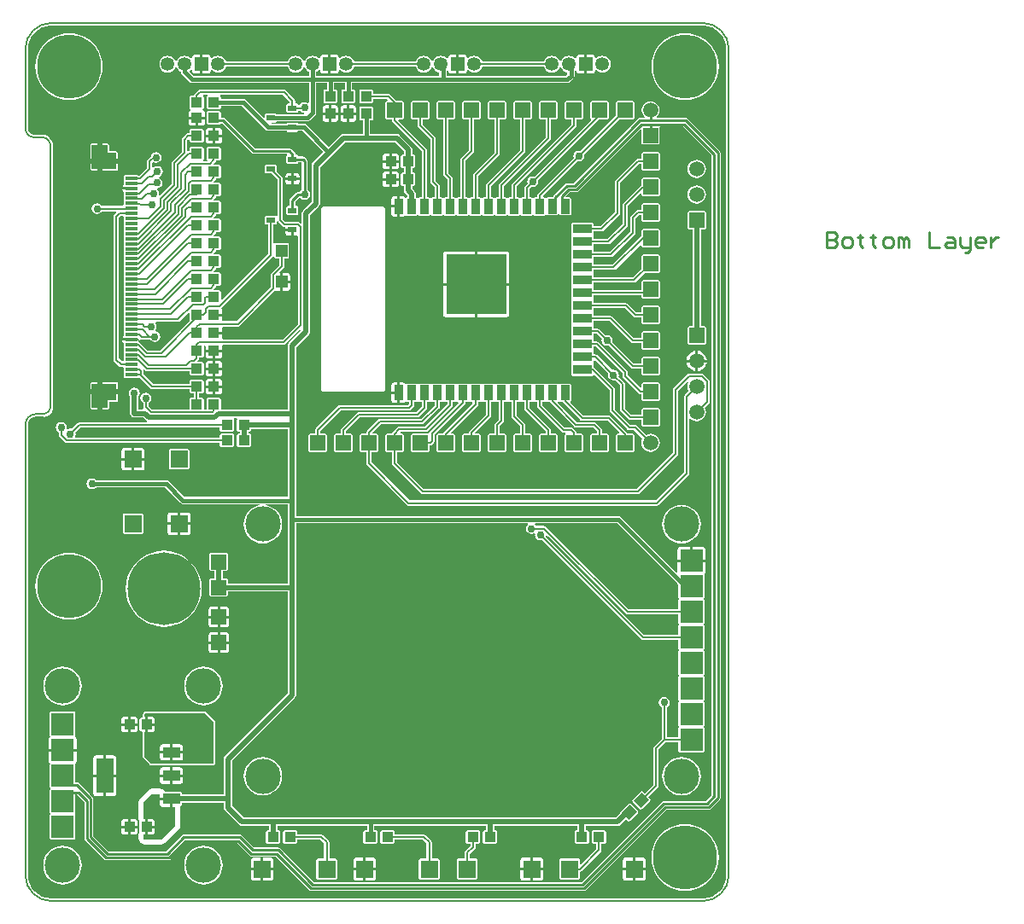
<source format=gbl>
G04 Layer_Physical_Order=2*
G04 Layer_Color=16711680*
%FSLAX25Y25*%
%MOIN*%
G70*
G01*
G75*
%ADD12R,0.04331X0.03937*%
%ADD13C,0.00800*%
%ADD14C,0.02000*%
%ADD15C,0.01500*%
%ADD16C,0.01000*%
%ADD17C,0.00799*%
%ADD18C,0.05300*%
%ADD19R,0.05300X0.05300*%
%ADD20R,0.05905X0.05905*%
%ADD21C,0.13780*%
%ADD22R,0.08887X0.08887*%
%ADD23R,0.08807X0.08807*%
%ADD24R,0.06800X0.06800*%
%ADD25C,0.05905*%
%ADD26R,0.05905X0.05905*%
%ADD27C,0.25000*%
%ADD28R,0.06800X0.06800*%
%ADD29C,0.28400*%
%ADD30C,0.03000*%
%ADD31R,0.04724X0.01181*%
%ADD32R,0.05512X0.05512*%
%ADD33R,0.03347X0.02362*%
%ADD34R,0.04528X0.04803*%
%ADD35R,0.03543X0.05905*%
%ADD36R,0.07480X0.03543*%
%ADD37R,0.07480X0.03543*%
%ADD38R,0.23622X0.23622*%
%ADD39R,0.06890X0.04331*%
%ADD40R,0.06890X0.04331*%
%ADD41R,0.06890X0.13780*%
G04:AMPARAMS|DCode=42|XSize=39.37mil|YSize=43.31mil|CornerRadius=0mil|HoleSize=0mil|Usage=FLASHONLY|Rotation=135.000|XOffset=0mil|YOffset=0mil|HoleType=Round|Shape=Rectangle|*
%AMROTATEDRECTD42*
4,1,4,0.02923,0.00139,-0.00139,-0.02923,-0.02923,-0.00139,0.00139,0.02923,0.02923,0.00139,0.0*
%
%ADD42ROTATEDRECTD42*%

%ADD43R,0.03937X0.04331*%
%ADD44C,0.00950*%
G36*
X264500Y218480D02*
Y218480D01*
X264985Y218445D01*
X266254Y218321D01*
X267942Y217809D01*
X269496Y216978D01*
X270859Y215859D01*
X271978Y214496D01*
X272809Y212942D01*
X273321Y211255D01*
X273446Y209986D01*
X273480Y209500D01*
X273480Y209003D01*
X273480Y209002D01*
Y-113500D01*
X273489Y-113543D01*
X273321Y-115254D01*
X272809Y-116942D01*
X271978Y-118496D01*
X270859Y-119859D01*
X269496Y-120978D01*
X267942Y-121809D01*
X266254Y-122320D01*
X264986Y-122445D01*
X264500Y-122480D01*
X264003Y-122480D01*
X264002Y-122480D01*
X10000D01*
X9957Y-122489D01*
X8246Y-122320D01*
X6558Y-121809D01*
X5004Y-120978D01*
X3641Y-119859D01*
X2522Y-118496D01*
X1691Y-116942D01*
X1180Y-115254D01*
X1011Y-113543D01*
X1020Y-113500D01*
Y62700D01*
X1025D01*
X1126Y63470D01*
X1423Y64188D01*
X1896Y64804D01*
X2512Y65277D01*
X3230Y65574D01*
X4000Y65675D01*
Y65680D01*
X4002Y65681D01*
X6998D01*
X7000Y65680D01*
Y65667D01*
X7992Y65798D01*
X8916Y66181D01*
X9710Y66790D01*
X10319Y67584D01*
X10702Y68508D01*
X10833Y69500D01*
X10820D01*
Y171500D01*
X10838D01*
X10687Y172649D01*
X10243Y173719D01*
X9538Y174638D01*
X8619Y175343D01*
X7549Y175787D01*
X6400Y175938D01*
Y175920D01*
X6398Y175919D01*
X3402D01*
X3400Y175920D01*
Y175920D01*
X2932Y175997D01*
X2483Y176086D01*
X1706Y176606D01*
X1186Y177383D01*
X1012Y178261D01*
X1020Y178300D01*
Y209500D01*
X1011Y209543D01*
X1180Y211255D01*
X1691Y212942D01*
X2522Y214496D01*
X3641Y215859D01*
X5004Y216978D01*
X6558Y217809D01*
X8246Y218320D01*
X9514Y218445D01*
X10000Y218480D01*
Y218480D01*
X10002Y218481D01*
X264498D01*
X264500Y218480D01*
D02*
G37*
%LPC*%
G36*
X79472Y-23000D02*
X76000D01*
Y-26472D01*
X78453D01*
X78843Y-26395D01*
X79174Y-26174D01*
X79395Y-25843D01*
X79472Y-25453D01*
Y-23000D01*
D02*
G37*
G36*
X75000Y-18528D02*
X72547D01*
X72157Y-18605D01*
X71826Y-18826D01*
X71605Y-19157D01*
X71528Y-19547D01*
Y-22000D01*
X75000D01*
Y-18528D01*
D02*
G37*
G36*
X69500Y-31974D02*
X68032Y-32119D01*
X66620Y-32547D01*
X65319Y-33242D01*
X64178Y-34178D01*
X63242Y-35319D01*
X62547Y-36620D01*
X62119Y-38032D01*
X61974Y-39500D01*
X62119Y-40968D01*
X62547Y-42380D01*
X63242Y-43681D01*
X64178Y-44822D01*
X65319Y-45758D01*
X66620Y-46453D01*
X68032Y-46881D01*
X69500Y-47026D01*
X70968Y-46881D01*
X72380Y-46453D01*
X73681Y-45758D01*
X74822Y-44822D01*
X75758Y-43681D01*
X76453Y-42380D01*
X76881Y-40968D01*
X77026Y-39500D01*
X76881Y-38032D01*
X76453Y-36620D01*
X75758Y-35319D01*
X74822Y-34178D01*
X73681Y-33242D01*
X72380Y-32547D01*
X70968Y-32119D01*
X69500Y-31974D01*
D02*
G37*
G36*
X75000Y-23000D02*
X71528D01*
Y-25453D01*
X71605Y-25843D01*
X71826Y-26174D01*
X72157Y-26395D01*
X72547Y-26472D01*
X75000D01*
Y-23000D01*
D02*
G37*
G36*
X79472Y-13000D02*
X76000D01*
Y-16472D01*
X78453D01*
X78843Y-16395D01*
X79174Y-16174D01*
X79395Y-15843D01*
X79472Y-15453D01*
Y-13000D01*
D02*
G37*
G36*
X54000Y13346D02*
X51678Y13163D01*
X49412Y12619D01*
X47260Y11728D01*
X45274Y10510D01*
X43503Y8997D01*
X41989Y7226D01*
X40772Y5240D01*
X39881Y3088D01*
X39337Y822D01*
X39154Y-1500D01*
X39337Y-3822D01*
X39881Y-6088D01*
X40772Y-8240D01*
X41989Y-10226D01*
X43503Y-11998D01*
X45274Y-13510D01*
X47260Y-14728D01*
X49412Y-15619D01*
X51678Y-16163D01*
X54000Y-16346D01*
X56322Y-16163D01*
X58588Y-15619D01*
X60740Y-14728D01*
X62726Y-13510D01*
X64498Y-11998D01*
X66010Y-10226D01*
X67228Y-8240D01*
X68119Y-6088D01*
X68663Y-3822D01*
X68846Y-1500D01*
X68663Y822D01*
X68119Y3088D01*
X67228Y5240D01*
X66010Y7226D01*
X64498Y8997D01*
X62726Y10510D01*
X60740Y11728D01*
X58588Y12619D01*
X56322Y13163D01*
X54000Y13346D01*
D02*
G37*
G36*
X78453Y-18528D02*
X76000D01*
Y-22000D01*
X79472D01*
Y-19547D01*
X79395Y-19157D01*
X79174Y-18826D01*
X78843Y-18605D01*
X78453Y-18528D01*
D02*
G37*
G36*
X75000Y-13000D02*
X71528D01*
Y-15453D01*
X71605Y-15843D01*
X71826Y-16174D01*
X72157Y-16395D01*
X72547Y-16472D01*
X75000D01*
Y-13000D01*
D02*
G37*
G36*
X14500Y-31974D02*
X13032Y-32119D01*
X11620Y-32547D01*
X10319Y-33242D01*
X9178Y-34178D01*
X8242Y-35319D01*
X7547Y-36620D01*
X7119Y-38032D01*
X6974Y-39500D01*
X7119Y-40968D01*
X7547Y-42380D01*
X8242Y-43681D01*
X9178Y-44822D01*
X10319Y-45758D01*
X11620Y-46453D01*
X13032Y-46881D01*
X14500Y-47026D01*
X15968Y-46881D01*
X17380Y-46453D01*
X18681Y-45758D01*
X19822Y-44822D01*
X20758Y-43681D01*
X21453Y-42380D01*
X21881Y-40968D01*
X22026Y-39500D01*
X21881Y-38032D01*
X21453Y-36620D01*
X20758Y-35319D01*
X19822Y-34178D01*
X18681Y-33242D01*
X17380Y-32547D01*
X15968Y-32119D01*
X14500Y-31974D01*
D02*
G37*
G36*
X70000Y-49351D02*
X47000D01*
X46541Y-49541D01*
X45941Y-50141D01*
X45751Y-50600D01*
Y-51512D01*
X45503Y-51882D01*
X45181D01*
X44722Y-52072D01*
X44532Y-52531D01*
Y-56468D01*
X44722Y-56928D01*
X45181Y-57118D01*
X45503D01*
X45751Y-57488D01*
Y-67200D01*
X45941Y-67659D01*
X48441Y-70159D01*
X48900Y-70349D01*
X73400D01*
X73859Y-70159D01*
X74049Y-69700D01*
Y-53400D01*
X73859Y-52941D01*
X70459Y-49541D01*
X70000Y-49351D01*
D02*
G37*
G36*
X18903Y-49447D02*
X10097D01*
X9638Y-49637D01*
X9447Y-50097D01*
Y-58903D01*
X9585Y-59236D01*
X9376Y-59376D01*
X9155Y-59706D01*
X9077Y-60097D01*
Y-64000D01*
X14500D01*
X19923D01*
Y-60097D01*
X19845Y-59706D01*
X19624Y-59376D01*
X19415Y-59236D01*
X19553Y-58903D01*
Y-50097D01*
X19363Y-49637D01*
X18903Y-49447D01*
D02*
G37*
G36*
X30508Y-66591D02*
X27563D01*
X27173Y-66668D01*
X26842Y-66889D01*
X26621Y-67220D01*
X26543Y-67610D01*
Y-74000D01*
X30508D01*
Y-66591D01*
D02*
G37*
G36*
X34453D02*
X31508D01*
Y-74000D01*
X35472D01*
Y-67610D01*
X35395Y-67220D01*
X35174Y-66889D01*
X34843Y-66668D01*
X34453Y-66591D01*
D02*
G37*
G36*
X40154Y-51512D02*
X38488D01*
X38098Y-51590D01*
X37767Y-51810D01*
X37546Y-52141D01*
X37469Y-52531D01*
Y-54000D01*
X40154D01*
Y-51512D01*
D02*
G37*
G36*
X42819D02*
X41154D01*
Y-54000D01*
X43839D01*
Y-52531D01*
X43761Y-52141D01*
X43540Y-51810D01*
X43209Y-51590D01*
X42819Y-51512D01*
D02*
G37*
G36*
X40154Y-55000D02*
X37469D01*
Y-56468D01*
X37546Y-56859D01*
X37767Y-57189D01*
X38098Y-57411D01*
X38488Y-57488D01*
X40154D01*
Y-55000D01*
D02*
G37*
G36*
X43839D02*
X41154D01*
Y-57488D01*
X42819D01*
X43209Y-57411D01*
X43540Y-57189D01*
X43761Y-56859D01*
X43839Y-56468D01*
Y-55000D01*
D02*
G37*
G36*
X41500Y48599D02*
X37580D01*
Y45698D01*
X37658Y45308D01*
X37879Y44978D01*
X38210Y44756D01*
X38600Y44679D01*
X41500D01*
Y48599D01*
D02*
G37*
G36*
X46420D02*
X42500D01*
Y44679D01*
X45400D01*
X45790Y44756D01*
X46121Y44978D01*
X46342Y45308D01*
X46420Y45698D01*
Y48599D01*
D02*
G37*
G36*
X59500Y28321D02*
X56600D01*
X56210Y28243D01*
X55879Y28023D01*
X55658Y27692D01*
X55580Y27302D01*
Y24401D01*
X59500D01*
Y28321D01*
D02*
G37*
G36*
X63400D02*
X60500D01*
Y24401D01*
X64420D01*
Y27302D01*
X64342Y27692D01*
X64121Y28023D01*
X63790Y28243D01*
X63400Y28321D01*
D02*
G37*
G36*
X45400Y53518D02*
X42500D01*
Y49599D01*
X46420D01*
Y52498D01*
X46342Y52889D01*
X46121Y53219D01*
X45790Y53440D01*
X45400Y53518D01*
D02*
G37*
G36*
X264047Y82472D02*
X258953D01*
X258563Y82395D01*
X258232Y82174D01*
X253059Y77001D01*
X252838Y76670D01*
X252760Y76280D01*
Y51702D01*
X238578Y37520D01*
X155422D01*
X145020Y47922D01*
Y51898D01*
X146953D01*
X147412Y52088D01*
X147602Y52547D01*
Y58453D01*
X147412Y58912D01*
X146953Y59102D01*
X146558D01*
X146309Y59602D01*
X146443Y59780D01*
X156300D01*
X156690Y59858D01*
X157021Y60079D01*
X166379Y69437D01*
X166600Y69768D01*
X166677Y70158D01*
Y71442D01*
X167429D01*
X167886Y71631D01*
X167889Y71632D01*
X168427D01*
X168430Y71631D01*
X168820Y71469D01*
X169038Y70980D01*
X157879Y59821D01*
X157658Y59490D01*
X157630Y59348D01*
X157165Y59058D01*
X157080Y59049D01*
X156953Y59102D01*
X151047D01*
X150588Y58912D01*
X150398Y58453D01*
Y52547D01*
X150588Y52088D01*
X151047Y51898D01*
X156953D01*
X157412Y52088D01*
X157602Y52547D01*
Y54480D01*
X158000D01*
X158390Y54558D01*
X158721Y54779D01*
X159321Y55379D01*
X159542Y55710D01*
X159620Y56100D01*
Y58678D01*
X171379Y70437D01*
X171600Y70768D01*
X171677Y71158D01*
Y71442D01*
X172430D01*
X172886Y71631D01*
X172889Y71632D01*
X173427D01*
X173430Y71631D01*
X173886Y71442D01*
X174304D01*
X174500Y70942D01*
X163279Y59721D01*
X163058Y59390D01*
X163001Y59102D01*
X161047D01*
X160588Y58912D01*
X160398Y58453D01*
Y52547D01*
X160588Y52088D01*
X161047Y51898D01*
X166953D01*
X167412Y52088D01*
X167602Y52547D01*
Y58453D01*
X167412Y58912D01*
X166953Y59102D01*
X166197D01*
X166006Y59564D01*
X176379Y69937D01*
X176600Y70268D01*
X176677Y70658D01*
Y71442D01*
X177429D01*
X177886Y71631D01*
X177889Y71632D01*
X178427D01*
X178429Y71631D01*
X178886Y71442D01*
X179638D01*
Y66580D01*
X173279Y60221D01*
X173058Y59890D01*
X172980Y59500D01*
Y59102D01*
X171047D01*
X170588Y58912D01*
X170398Y58453D01*
Y52547D01*
X170588Y52088D01*
X171047Y51898D01*
X176953D01*
X177412Y52088D01*
X177602Y52547D01*
Y58453D01*
X177412Y58912D01*
X176953Y59102D01*
X175697D01*
X175506Y59564D01*
X181379Y65437D01*
X181600Y65768D01*
X181677Y66158D01*
Y71442D01*
X182430D01*
X182886Y71631D01*
X182889Y71632D01*
X183427D01*
X183430Y71631D01*
X183886Y71442D01*
X184638D01*
Y64580D01*
X183279Y63221D01*
X183058Y62890D01*
X182980Y62500D01*
Y59102D01*
X181047D01*
X180588Y58912D01*
X180398Y58453D01*
Y52547D01*
X180588Y52088D01*
X181047Y51898D01*
X186953D01*
X187412Y52088D01*
X187602Y52547D01*
Y58453D01*
X187412Y58912D01*
X186953Y59102D01*
X185020D01*
Y62078D01*
X186379Y63437D01*
X186600Y63768D01*
X186677Y64158D01*
Y71442D01*
X187429D01*
X187886Y71631D01*
X187889Y71632D01*
X188427D01*
X188429Y71631D01*
X188886Y71442D01*
X189638D01*
Y65842D01*
X189716Y65452D01*
X189937Y65121D01*
X192980Y62078D01*
Y59102D01*
X191047D01*
X190588Y58912D01*
X190398Y58453D01*
Y52547D01*
X190588Y52088D01*
X191047Y51898D01*
X196953D01*
X197412Y52088D01*
X197602Y52547D01*
Y58453D01*
X197412Y58912D01*
X196953Y59102D01*
X195020D01*
Y62500D01*
X194942Y62890D01*
X194721Y63221D01*
X191677Y66264D01*
Y71442D01*
X192429D01*
X192886Y71631D01*
X192889Y71632D01*
X193427D01*
X193430Y71631D01*
X193886Y71442D01*
X194638D01*
Y68842D01*
X194716Y68452D01*
X194937Y68121D01*
X202980Y60078D01*
Y59102D01*
X201047D01*
X200588Y58912D01*
X200398Y58453D01*
Y52547D01*
X200588Y52088D01*
X201047Y51898D01*
X206953D01*
X207412Y52088D01*
X207602Y52547D01*
Y58453D01*
X207412Y58912D01*
X206953Y59102D01*
X205020D01*
Y60500D01*
X204942Y60890D01*
X204721Y61221D01*
X196677Y69265D01*
Y71442D01*
X197430D01*
X197886Y71631D01*
X197889Y71632D01*
X198427D01*
X198430Y71631D01*
X198886Y71442D01*
X199638D01*
Y69842D01*
X199716Y69452D01*
X199937Y69121D01*
X209279Y59779D01*
X209610Y59558D01*
X210000Y59480D01*
X210654D01*
X210753Y58980D01*
X210588Y58912D01*
X210398Y58453D01*
Y52547D01*
X210588Y52088D01*
X211047Y51898D01*
X216953D01*
X217412Y52088D01*
X217602Y52547D01*
Y58453D01*
X217412Y58912D01*
X216953Y59102D01*
X215020D01*
Y59500D01*
X214942Y59890D01*
X214721Y60221D01*
X213721Y61221D01*
X213390Y61442D01*
X213000Y61520D01*
X210422D01*
X201677Y70265D01*
Y71442D01*
X202430D01*
X202886Y71631D01*
X202889Y71632D01*
X203427D01*
X203430Y71631D01*
X203886Y71442D01*
X204698D01*
X204716Y71352D01*
X204937Y71021D01*
X214179Y61779D01*
X214510Y61558D01*
X214900Y61480D01*
X221578D01*
X222980Y60078D01*
Y59102D01*
X221047D01*
X220588Y58912D01*
X220398Y58453D01*
Y52547D01*
X220588Y52088D01*
X221047Y51898D01*
X226953D01*
X227412Y52088D01*
X227602Y52547D01*
Y58453D01*
X227412Y58912D01*
X226953Y59102D01*
X225020D01*
Y60500D01*
X224942Y60890D01*
X224721Y61221D01*
X222721Y63221D01*
X222390Y63442D01*
X222000Y63520D01*
X215322D01*
X207791Y71050D01*
X207889Y71632D01*
X208427D01*
X208430Y71631D01*
X208886Y71442D01*
X209698D01*
X209716Y71352D01*
X209937Y71021D01*
X216579Y64379D01*
X216910Y64158D01*
X217300Y64080D01*
X227278D01*
X231794Y59564D01*
X231603Y59102D01*
X231047D01*
X230588Y58912D01*
X230398Y58453D01*
Y52547D01*
X230588Y52088D01*
X231047Y51898D01*
X236953D01*
X237412Y52088D01*
X237602Y52547D01*
Y58453D01*
X237412Y58912D01*
X236953Y59102D01*
X234960D01*
X234942Y59190D01*
X234721Y59521D01*
X228421Y65821D01*
X228090Y66042D01*
X227700Y66120D01*
X217722D01*
X212791Y71050D01*
X212889Y71632D01*
X213079Y72091D01*
Y77997D01*
X212889Y78456D01*
X212429Y78646D01*
X208886D01*
X208430Y78457D01*
X208427Y78456D01*
X207889D01*
X207886Y78457D01*
X207430Y78646D01*
X203886D01*
X203430Y78457D01*
X203427Y78456D01*
X202889D01*
X202886Y78457D01*
X202430Y78646D01*
X198886D01*
X198430Y78457D01*
X198427Y78456D01*
X197889D01*
X197886Y78457D01*
X197430Y78646D01*
X193886D01*
X193430Y78457D01*
X193427Y78456D01*
X192889D01*
X192886Y78457D01*
X192429Y78646D01*
X188886D01*
X188429Y78457D01*
X188427Y78456D01*
X187889D01*
X187886Y78457D01*
X187429Y78646D01*
X183886D01*
X183430Y78457D01*
X183427Y78456D01*
X182889D01*
X182886Y78457D01*
X182430Y78646D01*
X178886D01*
X178429Y78457D01*
X178427Y78456D01*
X177889D01*
X177886Y78457D01*
X177429Y78646D01*
X173886D01*
X173430Y78457D01*
X173427Y78456D01*
X172889D01*
X172886Y78457D01*
X172430Y78646D01*
X168886D01*
X168430Y78457D01*
X168427Y78456D01*
X167889D01*
X167886Y78457D01*
X167429Y78646D01*
X163886D01*
X163427Y78456D01*
X162889Y78456D01*
X162429Y78646D01*
X158886D01*
X158430Y78457D01*
X158427Y78456D01*
X157889D01*
X157886Y78457D01*
X157430Y78646D01*
X153886D01*
X153429Y78457D01*
X153427Y78456D01*
X152889D01*
X152886Y78457D01*
X152429Y78646D01*
X148886D01*
X148427Y78456D01*
X148150Y78718D01*
X147820Y78939D01*
X147430Y79016D01*
X146158D01*
Y75044D01*
Y71071D01*
X147430D01*
X147820Y71149D01*
X148151Y71370D01*
X148427Y71632D01*
X148886Y71442D01*
X149638D01*
Y70580D01*
X149178Y70120D01*
X122600D01*
X122210Y70042D01*
X121879Y69821D01*
X113279Y61221D01*
X113058Y60890D01*
X112980Y60500D01*
Y59102D01*
X111047D01*
X110588Y58912D01*
X110398Y58453D01*
Y52547D01*
X110588Y52088D01*
X111047Y51898D01*
X116953D01*
X117412Y52088D01*
X117602Y52547D01*
Y58453D01*
X117412Y58912D01*
X116953Y59102D01*
X115020D01*
Y60078D01*
X123022Y68080D01*
X149600D01*
X149990Y68158D01*
X150321Y68379D01*
X151379Y69437D01*
X151600Y69768D01*
X151677Y70158D01*
Y71442D01*
X152429D01*
X152886Y71631D01*
X152889Y71632D01*
X153427D01*
X153429Y71631D01*
X153886Y71442D01*
X154638D01*
Y69580D01*
X152578Y67520D01*
X130000D01*
X129610Y67442D01*
X129279Y67221D01*
X123279Y61221D01*
X123058Y60890D01*
X122980Y60500D01*
Y59102D01*
X121047D01*
X120588Y58912D01*
X120398Y58453D01*
Y52547D01*
X120588Y52088D01*
X121047Y51898D01*
X126953D01*
X127412Y52088D01*
X127602Y52547D01*
Y58453D01*
X127412Y58912D01*
X126953Y59102D01*
X125020D01*
Y60078D01*
X130422Y65480D01*
X153000D01*
X153390Y65558D01*
X153721Y65779D01*
X156379Y68437D01*
X156600Y68768D01*
X156677Y69158D01*
Y71442D01*
X157430D01*
X157886Y71631D01*
X157889Y71632D01*
X158427D01*
X158430Y71631D01*
X158886Y71442D01*
X159638D01*
Y70080D01*
X154378Y64820D01*
X138300D01*
X137910Y64742D01*
X137579Y64521D01*
X133279Y60221D01*
X133058Y59890D01*
X132980Y59500D01*
Y59102D01*
X131047D01*
X130588Y58912D01*
X130398Y58453D01*
Y52547D01*
X130588Y52088D01*
X131047Y51898D01*
X132980D01*
Y47500D01*
X133058Y47110D01*
X133279Y46779D01*
X148779Y31279D01*
X149110Y31058D01*
X149500Y30980D01*
X246500D01*
X246890Y31058D01*
X247221Y31279D01*
X258721Y42779D01*
X258942Y43110D01*
X259020Y43500D01*
Y64815D01*
X259029Y64818D01*
X259520Y64925D01*
X260208Y64397D01*
X261073Y64039D01*
X262000Y63917D01*
X262927Y64039D01*
X263792Y64397D01*
X264534Y64966D01*
X265103Y65708D01*
X265461Y66573D01*
X265583Y67500D01*
X265461Y68427D01*
X265142Y69200D01*
X266721Y70779D01*
X266942Y71110D01*
X267020Y71500D01*
Y79500D01*
X266942Y79890D01*
X266721Y80221D01*
X264768Y82174D01*
X264437Y82395D01*
X264047Y82472D01*
D02*
G37*
G36*
X63400Y53148D02*
X56600D01*
X56141Y52958D01*
X55951Y52498D01*
Y45698D01*
X56141Y45239D01*
X56600Y45049D01*
X63400D01*
X63859Y45239D01*
X64049Y45698D01*
Y52498D01*
X63859Y52958D01*
X63400Y53148D01*
D02*
G37*
G36*
X41500Y53518D02*
X38600D01*
X38210Y53440D01*
X37879Y53219D01*
X37658Y52889D01*
X37580Y52498D01*
Y49599D01*
X41500D01*
Y53518D01*
D02*
G37*
G36*
X45400Y27951D02*
X38600D01*
X38141Y27761D01*
X37951Y27302D01*
Y20502D01*
X38141Y20042D01*
X38600Y19852D01*
X45400D01*
X45859Y20042D01*
X46049Y20502D01*
Y27302D01*
X45859Y27761D01*
X45400Y27951D01*
D02*
G37*
G36*
X78453Y-8528D02*
X76000D01*
Y-12000D01*
X79472D01*
Y-9547D01*
X79395Y-9157D01*
X79174Y-8826D01*
X78843Y-8605D01*
X78453Y-8528D01*
D02*
G37*
G36*
X259500Y14963D02*
X255557D01*
X255167Y14885D01*
X254836Y14664D01*
X254615Y14333D01*
X254537Y13943D01*
Y10000D01*
X259500D01*
Y14963D01*
D02*
G37*
G36*
X17000Y12641D02*
X14944Y12479D01*
X12939Y11997D01*
X11034Y11208D01*
X9276Y10131D01*
X7708Y8792D01*
X6369Y7224D01*
X5292Y5466D01*
X4503Y3561D01*
X4021Y1556D01*
X3859Y-500D01*
X4021Y-2556D01*
X4503Y-4561D01*
X5292Y-6466D01*
X6369Y-8224D01*
X7708Y-9792D01*
X9276Y-11131D01*
X11034Y-12208D01*
X12939Y-12997D01*
X14944Y-13479D01*
X17000Y-13641D01*
X19056Y-13479D01*
X21061Y-12997D01*
X22966Y-12208D01*
X24724Y-11131D01*
X26292Y-9792D01*
X27631Y-8224D01*
X28708Y-6466D01*
X29497Y-4561D01*
X29979Y-2556D01*
X30141Y-500D01*
X29979Y1556D01*
X29497Y3561D01*
X28708Y5466D01*
X27631Y7224D01*
X26292Y8792D01*
X24724Y10131D01*
X22966Y11208D01*
X21061Y11997D01*
X19056Y12479D01*
X17000Y12641D01*
D02*
G37*
G36*
X75000Y-8528D02*
X72547D01*
X72157Y-8605D01*
X71826Y-8826D01*
X71605Y-9157D01*
X71528Y-9547D01*
Y-12000D01*
X75000D01*
Y-8528D01*
D02*
G37*
G36*
X59500Y23402D02*
X55580D01*
Y20502D01*
X55658Y20111D01*
X55879Y19781D01*
X56210Y19560D01*
X56600Y19482D01*
X59500D01*
Y23402D01*
D02*
G37*
G36*
X64420D02*
X60500D01*
Y19482D01*
X63400D01*
X63790Y19560D01*
X64121Y19781D01*
X64342Y20111D01*
X64420Y20502D01*
Y23402D01*
D02*
G37*
G36*
X264443Y14963D02*
X260500D01*
Y10000D01*
X265463D01*
Y13943D01*
X265385Y14333D01*
X265164Y14664D01*
X264833Y14885D01*
X264443Y14963D01*
D02*
G37*
G36*
X256063Y31239D02*
X254595Y31094D01*
X253183Y30666D01*
X251882Y29970D01*
X250741Y29034D01*
X249805Y27894D01*
X249110Y26593D01*
X248682Y25181D01*
X248537Y23713D01*
X248682Y22244D01*
X249110Y20832D01*
X249805Y19531D01*
X250741Y18391D01*
X251882Y17455D01*
X253183Y16759D01*
X254595Y16331D01*
X256063Y16187D01*
X257531Y16331D01*
X258943Y16759D01*
X260244Y17455D01*
X261385Y18391D01*
X262321Y19531D01*
X263016Y20832D01*
X263444Y22244D01*
X263589Y23713D01*
X263444Y25181D01*
X263016Y26593D01*
X262321Y27894D01*
X261385Y29034D01*
X260244Y29970D01*
X258943Y30666D01*
X257531Y31094D01*
X256063Y31239D01*
D02*
G37*
G36*
X105512Y-95882D02*
X101181D01*
X100722Y-96072D01*
X100532Y-96531D01*
Y-100469D01*
X100722Y-100928D01*
X101181Y-101118D01*
X105512D01*
X105971Y-100928D01*
X106161Y-100469D01*
Y-99520D01*
X115078D01*
X116579Y-101021D01*
Y-106951D01*
X114198D01*
X113739Y-107141D01*
X113549Y-107600D01*
Y-114400D01*
X113739Y-114859D01*
X114198Y-115049D01*
X120998D01*
X121458Y-114859D01*
X121648Y-114400D01*
Y-107600D01*
X121458Y-107141D01*
X120998Y-106951D01*
X118618D01*
Y-100598D01*
X118540Y-100208D01*
X118319Y-99878D01*
X116221Y-97779D01*
X115890Y-97558D01*
X115500Y-97480D01*
X106161D01*
Y-96531D01*
X105971Y-96072D01*
X105512Y-95882D01*
D02*
G37*
G36*
X143512D02*
X139181D01*
X138722Y-96072D01*
X138532Y-96531D01*
Y-100469D01*
X138722Y-100928D01*
X139181Y-101118D01*
X143512D01*
X143971Y-100928D01*
X144161Y-100469D01*
Y-99520D01*
X155078D01*
X156579Y-101021D01*
Y-106951D01*
X154198D01*
X153739Y-107141D01*
X153549Y-107600D01*
Y-114400D01*
X153739Y-114859D01*
X154198Y-115049D01*
X160998D01*
X161458Y-114859D01*
X161648Y-114400D01*
Y-107600D01*
X161458Y-107141D01*
X160998Y-106951D01*
X158618D01*
Y-100598D01*
X158540Y-100208D01*
X158319Y-99878D01*
X156221Y-97779D01*
X155890Y-97558D01*
X155500Y-97480D01*
X144161D01*
Y-96531D01*
X143971Y-96072D01*
X143512Y-95882D01*
D02*
G37*
G36*
X237098Y-111500D02*
X233179D01*
Y-114400D01*
X233257Y-114790D01*
X233477Y-115121D01*
X233808Y-115342D01*
X234198Y-115420D01*
X237098D01*
Y-111500D01*
D02*
G37*
G36*
X242018D02*
X238098D01*
Y-115420D01*
X240998D01*
X241389Y-115342D01*
X241719Y-115121D01*
X241940Y-114790D01*
X242018Y-114400D01*
Y-111500D01*
D02*
G37*
G36*
X91902Y-106580D02*
X89002D01*
X88611Y-106658D01*
X88281Y-106879D01*
X88060Y-107210D01*
X87982Y-107600D01*
Y-110500D01*
X91902D01*
Y-106580D01*
D02*
G37*
G36*
X135802D02*
X132902D01*
Y-110500D01*
X136821D01*
Y-107600D01*
X136744Y-107210D01*
X136522Y-106879D01*
X136192Y-106658D01*
X135802Y-106580D01*
D02*
G37*
G36*
X176819Y-95882D02*
X172488D01*
X172029Y-96072D01*
X171839Y-96531D01*
Y-100469D01*
X172029Y-100928D01*
X172488Y-101118D01*
X173634D01*
Y-101924D01*
X171681Y-103877D01*
X171460Y-104208D01*
X171382Y-104598D01*
Y-106951D01*
X169002D01*
X168542Y-107141D01*
X168352Y-107600D01*
Y-114400D01*
X168542Y-114859D01*
X169002Y-115049D01*
X175802D01*
X176261Y-114859D01*
X176451Y-114400D01*
Y-107600D01*
X176261Y-107141D01*
X175802Y-106951D01*
X173421D01*
Y-105021D01*
X175374Y-103067D01*
X175595Y-102737D01*
X175673Y-102347D01*
Y-101118D01*
X176819D01*
X177278Y-100928D01*
X177468Y-100469D01*
Y-96531D01*
X177278Y-96072D01*
X176819Y-95882D01*
D02*
G37*
G36*
X131902Y-106580D02*
X129002D01*
X128611Y-106658D01*
X128281Y-106879D01*
X128060Y-107210D01*
X127982Y-107600D01*
Y-110500D01*
X131902D01*
Y-106580D01*
D02*
G37*
G36*
X202018Y-111500D02*
X198098D01*
Y-115420D01*
X200998D01*
X201389Y-115342D01*
X201719Y-115121D01*
X201940Y-114790D01*
X202018Y-114400D01*
Y-111500D01*
D02*
G37*
G36*
X69500Y-101974D02*
X68032Y-102119D01*
X66620Y-102547D01*
X65319Y-103242D01*
X64178Y-104178D01*
X63242Y-105319D01*
X62547Y-106620D01*
X62119Y-108032D01*
X61974Y-109500D01*
X62119Y-110968D01*
X62547Y-112380D01*
X63242Y-113681D01*
X64178Y-114822D01*
X65319Y-115758D01*
X66620Y-116453D01*
X68032Y-116881D01*
X69500Y-117026D01*
X70968Y-116881D01*
X72380Y-116453D01*
X73681Y-115758D01*
X74822Y-114822D01*
X75758Y-113681D01*
X76453Y-112380D01*
X76881Y-110968D01*
X77026Y-109500D01*
X76881Y-108032D01*
X76453Y-106620D01*
X75758Y-105319D01*
X74822Y-104178D01*
X73681Y-103242D01*
X72380Y-102547D01*
X70968Y-102119D01*
X69500Y-101974D01*
D02*
G37*
G36*
X91902Y-111500D02*
X87982D01*
Y-114400D01*
X88060Y-114790D01*
X88281Y-115121D01*
X88611Y-115342D01*
X89002Y-115420D01*
X91902D01*
Y-111500D01*
D02*
G37*
G36*
X257500Y-93360D02*
X255444Y-93521D01*
X253439Y-94003D01*
X251534Y-94792D01*
X249776Y-95869D01*
X248208Y-97208D01*
X246869Y-98776D01*
X245792Y-100534D01*
X245003Y-102439D01*
X244521Y-104444D01*
X244359Y-106500D01*
X244521Y-108556D01*
X245003Y-110561D01*
X245792Y-112466D01*
X246869Y-114224D01*
X248208Y-115792D01*
X249776Y-117131D01*
X251534Y-118208D01*
X253439Y-118997D01*
X255444Y-119479D01*
X257500Y-119641D01*
X259556Y-119479D01*
X261561Y-118997D01*
X263466Y-118208D01*
X265224Y-117131D01*
X266792Y-115792D01*
X268131Y-114224D01*
X269208Y-112466D01*
X269997Y-110561D01*
X270479Y-108556D01*
X270640Y-106500D01*
X270479Y-104444D01*
X269997Y-102439D01*
X269208Y-100534D01*
X268131Y-98776D01*
X266792Y-97208D01*
X265224Y-95869D01*
X263466Y-94792D01*
X261561Y-94003D01*
X259556Y-93521D01*
X257500Y-93360D01*
D02*
G37*
G36*
X14500Y-101974D02*
X13032Y-102119D01*
X11620Y-102547D01*
X10319Y-103242D01*
X9178Y-104178D01*
X8242Y-105319D01*
X7547Y-106620D01*
X7119Y-108032D01*
X6974Y-109500D01*
X7119Y-110968D01*
X7547Y-112380D01*
X8242Y-113681D01*
X9178Y-114822D01*
X10319Y-115758D01*
X11620Y-116453D01*
X13032Y-116881D01*
X14500Y-117026D01*
X15968Y-116881D01*
X17380Y-116453D01*
X18681Y-115758D01*
X19822Y-114822D01*
X20758Y-113681D01*
X21453Y-112380D01*
X21881Y-110968D01*
X22026Y-109500D01*
X21881Y-108032D01*
X21453Y-106620D01*
X20758Y-105319D01*
X19822Y-104178D01*
X18681Y-103242D01*
X17380Y-102547D01*
X15968Y-102119D01*
X14500Y-101974D01*
D02*
G37*
G36*
X136821Y-111500D02*
X132902D01*
Y-115420D01*
X135802D01*
X136192Y-115342D01*
X136522Y-115121D01*
X136744Y-114790D01*
X136821Y-114400D01*
Y-111500D01*
D02*
G37*
G36*
X197098Y-111500D02*
X193179D01*
Y-114400D01*
X193256Y-114790D01*
X193477Y-115121D01*
X193808Y-115342D01*
X194198Y-115420D01*
X197098D01*
Y-111500D01*
D02*
G37*
G36*
X96821Y-111500D02*
X92902D01*
Y-115420D01*
X95802D01*
X96192Y-115342D01*
X96522Y-115121D01*
X96744Y-114790D01*
X96821Y-114400D01*
Y-111500D01*
D02*
G37*
G36*
X131902D02*
X127982D01*
Y-114400D01*
X128060Y-114790D01*
X128281Y-115121D01*
X128611Y-115342D01*
X129002Y-115420D01*
X131902D01*
Y-111500D01*
D02*
G37*
G36*
X95802Y-106580D02*
X92902D01*
Y-110500D01*
X96821D01*
Y-107600D01*
X96744Y-107210D01*
X96522Y-106879D01*
X96192Y-106658D01*
X95802Y-106580D01*
D02*
G37*
G36*
X92677Y-67187D02*
X91209Y-67331D01*
X89797Y-67760D01*
X88496Y-68455D01*
X87356Y-69391D01*
X86419Y-70531D01*
X85724Y-71833D01*
X85296Y-73244D01*
X85151Y-74713D01*
X85296Y-76181D01*
X85724Y-77593D01*
X86419Y-78894D01*
X87356Y-80034D01*
X88496Y-80970D01*
X89797Y-81666D01*
X91209Y-82094D01*
X92677Y-82239D01*
X94145Y-82094D01*
X95557Y-81666D01*
X96858Y-80970D01*
X97999Y-80034D01*
X98935Y-78894D01*
X99630Y-77593D01*
X100059Y-76181D01*
X100203Y-74713D01*
X100059Y-73244D01*
X99630Y-71833D01*
X98935Y-70531D01*
X97999Y-69391D01*
X96858Y-68455D01*
X95557Y-67760D01*
X94145Y-67331D01*
X92677Y-67187D01*
D02*
G37*
G36*
X256063D02*
X254595Y-67331D01*
X253183Y-67760D01*
X251882Y-68455D01*
X250741Y-69391D01*
X249805Y-70531D01*
X249110Y-71833D01*
X248682Y-73244D01*
X248537Y-74713D01*
X248682Y-76181D01*
X249110Y-77593D01*
X249805Y-78894D01*
X250741Y-80034D01*
X251882Y-80970D01*
X253183Y-81666D01*
X254595Y-82094D01*
X256063Y-82239D01*
X257531Y-82094D01*
X258943Y-81666D01*
X260244Y-80970D01*
X261385Y-80034D01*
X262321Y-78894D01*
X263016Y-77593D01*
X263444Y-76181D01*
X263589Y-74713D01*
X263444Y-73244D01*
X263016Y-71833D01*
X262321Y-70531D01*
X261385Y-69391D01*
X260244Y-68455D01*
X258943Y-67760D01*
X257531Y-67331D01*
X256063Y-67187D01*
D02*
G37*
G36*
X30508Y-75000D02*
X26543D01*
Y-81390D01*
X26621Y-81780D01*
X26842Y-82111D01*
X27173Y-82332D01*
X27563Y-82409D01*
X30508D01*
Y-75000D01*
D02*
G37*
G36*
X35472D02*
X31508D01*
Y-82409D01*
X34453D01*
X34843Y-82332D01*
X35174Y-82111D01*
X35395Y-81780D01*
X35472Y-81390D01*
Y-75000D01*
D02*
G37*
G36*
X56492Y-71315D02*
X53547D01*
X53157Y-71393D01*
X52826Y-71614D01*
X52605Y-71944D01*
X52528Y-72335D01*
Y-74000D01*
X56492D01*
Y-71315D01*
D02*
G37*
G36*
X60437D02*
X57492D01*
Y-74000D01*
X61457D01*
Y-72335D01*
X61379Y-71944D01*
X61158Y-71614D01*
X60827Y-71393D01*
X60437Y-71315D01*
D02*
G37*
G36*
X56492Y-75000D02*
X52528D01*
Y-76665D01*
X52605Y-77056D01*
X52826Y-77386D01*
X53157Y-77607D01*
X53547Y-77685D01*
X56492D01*
Y-75000D01*
D02*
G37*
G36*
X61457D02*
X57492D01*
Y-77685D01*
X60437D01*
X60827Y-77607D01*
X61158Y-77386D01*
X61379Y-77056D01*
X61457Y-76665D01*
Y-75000D01*
D02*
G37*
G36*
X42819Y-91512D02*
X41154D01*
Y-94000D01*
X43839D01*
Y-92532D01*
X43761Y-92141D01*
X43540Y-91811D01*
X43209Y-91589D01*
X42819Y-91512D01*
D02*
G37*
G36*
X237098Y-106580D02*
X234198D01*
X233808Y-106658D01*
X233477Y-106879D01*
X233257Y-107210D01*
X233179Y-107600D01*
Y-110500D01*
X237098D01*
Y-106580D01*
D02*
G37*
G36*
X240998D02*
X238098D01*
Y-110500D01*
X242018D01*
Y-107600D01*
X241940Y-107210D01*
X241719Y-106879D01*
X241389Y-106658D01*
X240998Y-106580D01*
D02*
G37*
G36*
X197098D02*
X194198D01*
X193808Y-106658D01*
X193477Y-106879D01*
X193256Y-107210D01*
X193179Y-107600D01*
Y-110500D01*
X197098D01*
Y-106580D01*
D02*
G37*
G36*
X200998D02*
X198098D01*
Y-110500D01*
X202018D01*
Y-107600D01*
X201940Y-107210D01*
X201719Y-106879D01*
X201389Y-106658D01*
X200998Y-106580D01*
D02*
G37*
G36*
X43839Y-95000D02*
X41154D01*
Y-97488D01*
X42819D01*
X43209Y-97411D01*
X43540Y-97189D01*
X43761Y-96859D01*
X43839Y-96469D01*
Y-95000D01*
D02*
G37*
G36*
X40154Y-91512D02*
X38488D01*
X38098Y-91589D01*
X37767Y-91811D01*
X37546Y-92141D01*
X37469Y-92532D01*
Y-94000D01*
X40154D01*
Y-91512D01*
D02*
G37*
G36*
X226012Y-95882D02*
X221681D01*
X221222Y-96072D01*
X221032Y-96531D01*
Y-100469D01*
X221222Y-100928D01*
X221681Y-101118D01*
X222827D01*
Y-103231D01*
X216913Y-109145D01*
X216451Y-108954D01*
Y-107600D01*
X216261Y-107141D01*
X215802Y-106951D01*
X209002D01*
X208542Y-107141D01*
X208352Y-107600D01*
Y-114400D01*
X208542Y-114859D01*
X209002Y-115049D01*
X215802D01*
X216261Y-114859D01*
X216451Y-114400D01*
Y-112020D01*
X216500D01*
X216890Y-111942D01*
X217221Y-111721D01*
X224567Y-104375D01*
X224788Y-104044D01*
X224866Y-103654D01*
Y-101118D01*
X226012D01*
X226471Y-100928D01*
X226661Y-100469D01*
Y-96531D01*
X226471Y-96072D01*
X226012Y-95882D01*
D02*
G37*
G36*
X40154Y-95000D02*
X37469D01*
Y-96469D01*
X37546Y-96859D01*
X37767Y-97189D01*
X38098Y-97411D01*
X38488Y-97488D01*
X40154D01*
Y-95000D01*
D02*
G37*
G36*
X36089Y79220D02*
X25909D01*
X25598Y78908D01*
X25582Y78898D01*
X25572Y78883D01*
X25260Y78571D01*
Y69122D01*
X25909Y68473D01*
X32209D01*
X32858Y69122D01*
Y71622D01*
X36089D01*
Y79220D01*
D02*
G37*
G36*
X145838Y165000D02*
X143154D01*
Y162512D01*
X144819D01*
X145209Y162590D01*
X145540Y162811D01*
X145761Y163141D01*
X145838Y163531D01*
Y165000D01*
D02*
G37*
G36*
X187811Y130331D02*
X176500D01*
Y118000D01*
X188831D01*
Y129311D01*
X188753Y129701D01*
X188532Y130032D01*
X188201Y130253D01*
X187811Y130331D01*
D02*
G37*
G36*
X175500D02*
X164189D01*
X163799Y130253D01*
X163468Y130032D01*
X163247Y129701D01*
X163169Y129311D01*
Y118000D01*
X175500D01*
Y130331D01*
D02*
G37*
G36*
X246953Y169102D02*
X241047D01*
X240588Y168912D01*
X240398Y168453D01*
Y166520D01*
X239000D01*
X238610Y166442D01*
X238279Y166221D01*
X230259Y158201D01*
X230038Y157871D01*
X229961Y157480D01*
Y145603D01*
X224414Y140056D01*
X221799D01*
Y140808D01*
X221609Y141267D01*
X221150Y141457D01*
X213670D01*
X213210Y141267D01*
X213020Y140808D01*
Y137264D01*
X213209Y136808D01*
X213210Y136805D01*
Y136267D01*
X213209Y136264D01*
X213020Y135808D01*
Y132264D01*
X213209Y131808D01*
X213210Y131805D01*
Y131267D01*
X213209Y131264D01*
X213020Y130808D01*
Y127264D01*
X213209Y126808D01*
X213210Y126805D01*
Y126267D01*
X213209Y126264D01*
X213020Y125808D01*
Y122264D01*
X213209Y121808D01*
X213210Y121805D01*
Y121267D01*
X213209Y121264D01*
X213020Y120808D01*
Y117264D01*
X213209Y116808D01*
X213210Y116805D01*
Y116267D01*
X213209Y116264D01*
X213020Y115808D01*
Y112264D01*
X213209Y111808D01*
X213210Y111805D01*
Y111267D01*
X213209Y111264D01*
X213020Y110808D01*
Y107264D01*
X213209Y106808D01*
X213210Y106805D01*
Y106267D01*
X213209Y106264D01*
X213020Y105808D01*
Y102264D01*
X213209Y101808D01*
X213210Y101805D01*
Y101267D01*
X213209Y101264D01*
X213020Y100808D01*
Y97264D01*
X213209Y96808D01*
X213210Y96805D01*
Y96267D01*
X213209Y96264D01*
X213020Y95808D01*
Y92264D01*
X213209Y91808D01*
X213210Y91805D01*
Y91267D01*
X213209Y91264D01*
X213020Y90808D01*
Y87264D01*
X213209Y86808D01*
X213210Y86805D01*
Y86267D01*
X213209Y86264D01*
X213020Y85808D01*
Y82264D01*
X213210Y81805D01*
X213670Y81615D01*
X221150D01*
X221609Y81805D01*
X221625Y81845D01*
X222116Y81942D01*
X227980Y76078D01*
Y68100D01*
X228058Y67710D01*
X228279Y67379D01*
X234879Y60779D01*
X235210Y60558D01*
X235600Y60480D01*
X237578D01*
X240859Y57200D01*
X240539Y56427D01*
X240417Y55500D01*
X240539Y54573D01*
X240897Y53708D01*
X241466Y52966D01*
X242208Y52397D01*
X243073Y52039D01*
X244000Y51917D01*
X244927Y52039D01*
X245792Y52397D01*
X246534Y52966D01*
X247103Y53708D01*
X247461Y54573D01*
X247583Y55500D01*
X247461Y56427D01*
X247103Y57292D01*
X246534Y58034D01*
X245792Y58603D01*
X244927Y58961D01*
X244000Y59083D01*
X243073Y58961D01*
X242300Y58641D01*
X238721Y62221D01*
X238390Y62442D01*
X238000Y62520D01*
X236022D01*
X230020Y68522D01*
Y76500D01*
X229942Y76890D01*
X229721Y77221D01*
X222185Y84757D01*
X221854Y84978D01*
X221799Y84989D01*
Y85808D01*
X221610Y86264D01*
X221609Y86267D01*
Y86805D01*
X221610Y86808D01*
X221799Y87264D01*
Y87552D01*
X222299Y87759D01*
X227475Y82583D01*
X227359Y82000D01*
X227522Y81181D01*
X227986Y80486D01*
X228681Y80022D01*
X229500Y79859D01*
X230083Y79975D01*
X231980Y78078D01*
Y68500D01*
X232058Y68110D01*
X232279Y67779D01*
X235279Y64779D01*
X235610Y64558D01*
X236000Y64480D01*
X240398D01*
Y62547D01*
X240588Y62088D01*
X241047Y61898D01*
X246953D01*
X247412Y62088D01*
X247602Y62547D01*
Y68453D01*
X247412Y68912D01*
X246953Y69102D01*
X241047D01*
X240588Y68912D01*
X240398Y68453D01*
Y66520D01*
X236422D01*
X234020Y68922D01*
Y78500D01*
X233942Y78890D01*
X233721Y79221D01*
X231525Y81417D01*
X231641Y82000D01*
X231478Y82819D01*
X231014Y83514D01*
X230319Y83978D01*
X229500Y84141D01*
X228917Y84025D01*
X223185Y89757D01*
X222854Y89978D01*
X222464Y90056D01*
X221799D01*
Y90808D01*
X221610Y91264D01*
X221609Y91267D01*
Y91805D01*
X221610Y91808D01*
X221799Y92264D01*
Y93016D01*
X222642D01*
X232980Y82678D01*
Y81500D01*
X233058Y81110D01*
X233279Y80779D01*
X239279Y74779D01*
X239610Y74558D01*
X240000Y74480D01*
X240398D01*
Y72547D01*
X240588Y72088D01*
X241047Y71898D01*
X246953D01*
X247412Y72088D01*
X247602Y72547D01*
Y78453D01*
X247412Y78912D01*
X246953Y79102D01*
X241047D01*
X240588Y78912D01*
X240398Y78453D01*
Y77197D01*
X239936Y77006D01*
X235020Y81922D01*
Y83100D01*
X234942Y83490D01*
X234721Y83821D01*
X223785Y94757D01*
X223454Y94978D01*
X223064Y95056D01*
X221799D01*
Y95808D01*
X221610Y96264D01*
X221609Y96267D01*
Y96805D01*
X221610Y96808D01*
X221799Y97264D01*
Y98016D01*
X223042D01*
X224975Y96083D01*
X224859Y95500D01*
X225022Y94681D01*
X225486Y93986D01*
X226181Y93522D01*
X227000Y93359D01*
X227583Y93475D01*
X236279Y84779D01*
X236610Y84558D01*
X237000Y84480D01*
X240398D01*
Y82547D01*
X240588Y82088D01*
X241047Y81898D01*
X246953D01*
X247412Y82088D01*
X247602Y82547D01*
Y88453D01*
X247412Y88912D01*
X246953Y89102D01*
X241047D01*
X240588Y88912D01*
X240398Y88453D01*
Y86520D01*
X237422D01*
X229025Y94917D01*
X229141Y95500D01*
X228978Y96319D01*
X228514Y97014D01*
X227819Y97478D01*
X227000Y97641D01*
X226417Y97525D01*
X224185Y99757D01*
X223854Y99978D01*
X223464Y100056D01*
X221799D01*
Y100808D01*
X221610Y101264D01*
X221609Y101267D01*
Y101805D01*
X221610Y101808D01*
X221799Y102264D01*
Y103016D01*
X228042D01*
X236279Y94779D01*
X236610Y94558D01*
X237000Y94480D01*
X240398D01*
Y92547D01*
X240588Y92088D01*
X241047Y91898D01*
X246953D01*
X247412Y92088D01*
X247602Y92547D01*
Y98453D01*
X247412Y98912D01*
X246953Y99102D01*
X241047D01*
X240588Y98912D01*
X240398Y98453D01*
Y96520D01*
X237422D01*
X229185Y104757D01*
X228854Y104978D01*
X228464Y105056D01*
X221799D01*
Y105808D01*
X221610Y106264D01*
X221609Y106267D01*
Y106805D01*
X221610Y106808D01*
X221799Y107264D01*
Y108016D01*
X234042D01*
X237279Y104779D01*
X237610Y104558D01*
X238000Y104480D01*
X240398D01*
Y102547D01*
X240588Y102088D01*
X241047Y101898D01*
X246953D01*
X247412Y102088D01*
X247602Y102547D01*
Y108453D01*
X247412Y108912D01*
X246953Y109102D01*
X241047D01*
X240588Y108912D01*
X240398Y108453D01*
Y106520D01*
X238422D01*
X235185Y109757D01*
X234854Y109978D01*
X234464Y110056D01*
X221799D01*
Y110808D01*
X221610Y111264D01*
X221609Y111267D01*
Y111805D01*
X221610Y111808D01*
X221799Y112264D01*
Y113016D01*
X240398D01*
Y112547D01*
X240588Y112088D01*
X241047Y111898D01*
X246953D01*
X247412Y112088D01*
X247602Y112547D01*
Y118453D01*
X247412Y118912D01*
X246953Y119102D01*
X241047D01*
X240588Y118912D01*
X240398Y118453D01*
Y115056D01*
X221799D01*
Y115808D01*
X221610Y116264D01*
X221609Y116267D01*
Y116805D01*
X221610Y116808D01*
X221799Y117264D01*
Y118016D01*
X237536D01*
X237926Y118094D01*
X238257Y118315D01*
X241840Y121898D01*
X246953D01*
X247412Y122088D01*
X247602Y122547D01*
Y128453D01*
X247412Y128912D01*
X246953Y129102D01*
X241047D01*
X240588Y128912D01*
X240398Y128453D01*
Y123340D01*
X237114Y120056D01*
X221799D01*
Y120808D01*
X221610Y121264D01*
X221609Y121267D01*
Y121805D01*
X221610Y121808D01*
X221799Y122264D01*
Y123016D01*
X229536D01*
X229926Y123094D01*
X230257Y123315D01*
X239936Y132994D01*
X240398Y132803D01*
Y132547D01*
X240588Y132088D01*
X241047Y131898D01*
X246953D01*
X247412Y132088D01*
X247602Y132547D01*
Y138453D01*
X247412Y138912D01*
X246953Y139102D01*
X241047D01*
X240588Y138912D01*
X240398Y138453D01*
Y136300D01*
X240279Y136221D01*
X229114Y125056D01*
X221799D01*
Y125808D01*
X221610Y126264D01*
X221609Y126267D01*
Y126805D01*
X221610Y126808D01*
X221799Y127264D01*
Y128016D01*
X228536D01*
X228926Y128094D01*
X229257Y128315D01*
X237721Y136779D01*
X237942Y137110D01*
X238020Y137500D01*
Y143078D01*
X239422Y144480D01*
X240398D01*
Y142547D01*
X240588Y142088D01*
X241047Y141898D01*
X246953D01*
X247412Y142088D01*
X247602Y142547D01*
Y148453D01*
X247412Y148912D01*
X246953Y149102D01*
X241047D01*
X240588Y148912D01*
X240398Y148453D01*
Y146520D01*
X239000D01*
X238610Y146442D01*
X238279Y146221D01*
X236279Y144221D01*
X236058Y143890D01*
X235980Y143500D01*
Y137922D01*
X228114Y130056D01*
X221799D01*
Y130808D01*
X221610Y131264D01*
X221609Y131267D01*
Y131805D01*
X221610Y131808D01*
X221799Y132264D01*
Y133016D01*
X227536D01*
X227926Y133094D01*
X228257Y133315D01*
X234721Y139779D01*
X234942Y140110D01*
X235020Y140500D01*
Y148078D01*
X239936Y152994D01*
X240398Y152803D01*
Y152547D01*
X240588Y152088D01*
X241047Y151898D01*
X246953D01*
X247412Y152088D01*
X247602Y152547D01*
Y158453D01*
X247412Y158912D01*
X246953Y159102D01*
X241047D01*
X240588Y158912D01*
X240398Y158453D01*
Y156300D01*
X240279Y156221D01*
X233279Y149221D01*
X233058Y148890D01*
X232980Y148500D01*
Y140922D01*
X227114Y135056D01*
X221799D01*
Y135808D01*
X221610Y136264D01*
X221609Y136267D01*
Y136805D01*
X221610Y136808D01*
X221799Y137264D01*
Y138016D01*
X224836D01*
X225226Y138094D01*
X225557Y138315D01*
X231701Y144459D01*
X231922Y144790D01*
X232000Y145180D01*
Y157058D01*
X239422Y164480D01*
X240398D01*
Y162547D01*
X240588Y162088D01*
X241047Y161898D01*
X246953D01*
X247412Y162088D01*
X247602Y162547D01*
Y168453D01*
X247412Y168912D01*
X246953Y169102D01*
D02*
G37*
G36*
X145158Y147414D02*
X142867D01*
Y144961D01*
X142944Y144571D01*
X143165Y144240D01*
X143496Y144019D01*
X143886Y143942D01*
X145158D01*
Y147414D01*
D02*
G37*
G36*
X142154Y165000D02*
X139469D01*
Y163531D01*
X139546Y163141D01*
X139767Y162811D01*
X140098Y162590D01*
X140488Y162512D01*
X142154D01*
Y165000D01*
D02*
G37*
G36*
X188831Y117000D02*
X176500D01*
Y104669D01*
X187811D01*
X188201Y104747D01*
X188532Y104968D01*
X188753Y105299D01*
X188831Y105689D01*
Y117000D01*
D02*
G37*
G36*
X175500D02*
X163169D01*
Y105689D01*
X163247Y105299D01*
X163468Y104968D01*
X163799Y104747D01*
X164189Y104669D01*
X175500D01*
Y117000D01*
D02*
G37*
G36*
X76720Y175000D02*
X74035D01*
Y172512D01*
X75701D01*
X76091Y172590D01*
X76422Y172810D01*
X76643Y173141D01*
X76720Y173531D01*
Y175000D01*
D02*
G37*
G36*
X142154Y168488D02*
X140488D01*
X140098Y168411D01*
X139767Y168190D01*
X139546Y167859D01*
X139469Y167469D01*
Y166000D01*
X142154D01*
Y168488D01*
D02*
G37*
G36*
X144819D02*
X143154D01*
Y166000D01*
X145838D01*
Y167469D01*
X145761Y167859D01*
X145540Y168190D01*
X145209Y168411D01*
X144819Y168488D01*
D02*
G37*
G36*
X73035Y175000D02*
X70350D01*
Y173531D01*
X70428Y173141D01*
X70649Y172810D01*
X70980Y172590D01*
X71370Y172512D01*
X73035D01*
Y175000D01*
D02*
G37*
G36*
X32209Y172527D02*
X25909D01*
X25260Y171878D01*
Y162429D01*
X25572Y162117D01*
X25582Y162102D01*
X25598Y162092D01*
X25909Y161780D01*
X35969D01*
X36008Y161819D01*
Y168728D01*
X35358Y169378D01*
X32858D01*
Y171878D01*
X32209Y172527D01*
D02*
G37*
G36*
X106925Y158260D02*
X104732D01*
Y156559D01*
X105905D01*
X106296Y156637D01*
X106626Y156858D01*
X106848Y157189D01*
X106925Y157579D01*
Y158260D01*
D02*
G37*
G36*
X103732D02*
X101540D01*
Y157579D01*
X101617Y157189D01*
X101838Y156858D01*
X102169Y156637D01*
X102559Y156559D01*
X103732D01*
Y158260D01*
D02*
G37*
G36*
X145838Y158000D02*
X143154D01*
Y155512D01*
X144819D01*
X145209Y155589D01*
X145540Y155810D01*
X145761Y156141D01*
X145838Y156532D01*
Y158000D01*
D02*
G37*
G36*
X144819Y161488D02*
X143154D01*
Y159000D01*
X145838D01*
Y160468D01*
X145761Y160859D01*
X145540Y161189D01*
X145209Y161410D01*
X144819Y161488D01*
D02*
G37*
G36*
X142154D02*
X140488D01*
X140098Y161410D01*
X139767Y161189D01*
X139546Y160859D01*
X139469Y160468D01*
Y159000D01*
X142154D01*
Y161488D01*
D02*
G37*
G36*
X262000Y166083D02*
X261073Y165961D01*
X260208Y165603D01*
X259466Y165034D01*
X258897Y164292D01*
X258539Y163427D01*
X258417Y162500D01*
X258539Y161573D01*
X258897Y160708D01*
X259466Y159966D01*
X260208Y159397D01*
X261073Y159039D01*
X262000Y158917D01*
X262927Y159039D01*
X263792Y159397D01*
X264534Y159966D01*
X265103Y160708D01*
X265461Y161573D01*
X265583Y162500D01*
X265461Y163427D01*
X265103Y164292D01*
X264534Y165034D01*
X263792Y165603D01*
X262927Y165961D01*
X262000Y166083D01*
D02*
G37*
G36*
X145158Y151886D02*
X143886D01*
X143496Y151809D01*
X143165Y151588D01*
X142944Y151257D01*
X142867Y150867D01*
Y148414D01*
X145158D01*
Y151886D01*
D02*
G37*
G36*
X103732Y160960D02*
X102559D01*
X102169Y160883D01*
X101838Y160662D01*
X101617Y160331D01*
X101540Y159941D01*
Y159260D01*
X103732D01*
Y160960D01*
D02*
G37*
G36*
X105905D02*
X104732D01*
Y159260D01*
X106925D01*
Y159941D01*
X106848Y160331D01*
X106626Y160662D01*
X106296Y160883D01*
X105905Y160960D01*
D02*
G37*
G36*
X142154Y158000D02*
X139469D01*
Y156532D01*
X139546Y156141D01*
X139767Y155810D01*
X140098Y155589D01*
X140488Y155512D01*
X142154D01*
Y158000D01*
D02*
G37*
G36*
X75701Y185118D02*
X71370D01*
X70911Y184928D01*
X70721Y184468D01*
Y180532D01*
X70911Y180072D01*
X71370Y179882D01*
X75701D01*
X76160Y180072D01*
X76256Y180303D01*
X76749Y180354D01*
X88396Y168707D01*
X88396Y168707D01*
X88760Y168464D01*
X89189Y168378D01*
X101996D01*
X102100Y167880D01*
X101910Y167421D01*
Y165059D01*
X102100Y164600D01*
X102559Y164410D01*
X105905D01*
X106365Y164600D01*
X106555Y165059D01*
Y165119D01*
X107795D01*
X107878Y165035D01*
Y154276D01*
X107486Y154014D01*
X107224Y153622D01*
X106465D01*
X106465Y153622D01*
X106035Y153536D01*
X105672Y153293D01*
X103439Y151061D01*
X103196Y150697D01*
X103111Y150268D01*
X103111Y150268D01*
Y148071D01*
X102559D01*
X102100Y147880D01*
X101910Y147421D01*
Y145059D01*
X102100Y144600D01*
X102559Y144410D01*
X105905D01*
X106365Y144600D01*
X106555Y145059D01*
Y147421D01*
X106365Y147880D01*
X105905Y148071D01*
X105354D01*
Y149803D01*
X106782Y151231D01*
X107351Y151189D01*
X107486Y150986D01*
X108181Y150522D01*
X109000Y150359D01*
X109819Y150522D01*
X110514Y150986D01*
X110978Y151681D01*
X111141Y152500D01*
X110978Y153319D01*
X110514Y154014D01*
X110122Y154276D01*
Y165500D01*
X110036Y165929D01*
X109793Y166293D01*
X109793Y166293D01*
X109053Y167033D01*
X108689Y167276D01*
X108260Y167362D01*
X108260Y167362D01*
X106555D01*
Y167421D01*
X106365Y167880D01*
X105905Y168071D01*
X105778D01*
X105354Y168268D01*
X105269Y168697D01*
X105025Y169061D01*
X105025Y169061D01*
X103793Y170293D01*
X103429Y170536D01*
X103000Y170622D01*
X103000Y170622D01*
X89653D01*
X77982Y182293D01*
X77618Y182536D01*
X77189Y182622D01*
X77189Y182622D01*
X76350D01*
Y184468D01*
X76160Y184928D01*
X75701Y185118D01*
D02*
G37*
G36*
X262000Y156083D02*
X261073Y155961D01*
X260208Y155603D01*
X259466Y155034D01*
X258897Y154292D01*
X258539Y153427D01*
X258417Y152500D01*
X258539Y151573D01*
X258897Y150708D01*
X259466Y149966D01*
X260208Y149397D01*
X261073Y149039D01*
X262000Y148917D01*
X262927Y149039D01*
X263792Y149397D01*
X264534Y149966D01*
X265103Y150708D01*
X265461Y151573D01*
X265583Y152500D01*
X265461Y153427D01*
X265103Y154292D01*
X264534Y155034D01*
X263792Y155603D01*
X262927Y155961D01*
X262000Y156083D01*
D02*
G37*
G36*
X265921Y87000D02*
X262500D01*
Y83579D01*
X263032Y83649D01*
X263993Y84047D01*
X264819Y84681D01*
X265453Y85507D01*
X265851Y86468D01*
X265921Y87000D01*
D02*
G37*
G36*
X118500Y187338D02*
X117032D01*
X116641Y187261D01*
X116311Y187040D01*
X116089Y186709D01*
X116012Y186319D01*
Y184654D01*
X118500D01*
Y187338D01*
D02*
G37*
G36*
X125500D02*
X124031D01*
X123641Y187261D01*
X123310Y187040D01*
X123090Y186709D01*
X123012Y186319D01*
Y184654D01*
X125500D01*
Y187338D01*
D02*
G37*
G36*
X145158Y74544D02*
X142867D01*
Y72091D01*
X142944Y71701D01*
X143165Y71370D01*
X143496Y71149D01*
X143886Y71071D01*
X145158D01*
Y74544D01*
D02*
G37*
G36*
X221280Y207170D02*
X219130D01*
Y203500D01*
Y199830D01*
X221280D01*
X221670Y199908D01*
X222001Y200129D01*
X222222Y200460D01*
X222300Y200850D01*
Y201152D01*
X222799Y201322D01*
X222906Y201182D01*
X223585Y200661D01*
X224376Y200334D01*
X225224Y200222D01*
X226073Y200334D01*
X226863Y200661D01*
X227542Y201182D01*
X228063Y201861D01*
X228391Y202652D01*
X228502Y203500D01*
X228391Y204348D01*
X228063Y205139D01*
X227542Y205818D01*
X226863Y206339D01*
X226073Y206666D01*
X225224Y206778D01*
X224376Y206666D01*
X223585Y206339D01*
X222906Y205818D01*
X222799Y205679D01*
X222300Y205848D01*
Y206150D01*
X222222Y206540D01*
X222001Y206871D01*
X221670Y207092D01*
X221280Y207170D01*
D02*
G37*
G36*
X261500Y87000D02*
X258079D01*
X258149Y86468D01*
X258547Y85507D01*
X259181Y84681D01*
X260007Y84047D01*
X260968Y83649D01*
X261500Y83579D01*
Y87000D01*
D02*
G37*
G36*
X145158Y79016D02*
X143886D01*
X143496Y78939D01*
X143165Y78718D01*
X142944Y78387D01*
X142867Y77997D01*
Y75544D01*
X145158D01*
Y79016D01*
D02*
G37*
G36*
X139658Y147677D02*
X116158D01*
X115699Y147487D01*
X115509Y147028D01*
Y76028D01*
X115699Y75568D01*
X116158Y75378D01*
X139658D01*
X140117Y75568D01*
X140308Y76028D01*
Y147028D01*
X140117Y147487D01*
X139658Y147677D01*
D02*
G37*
G36*
X257500Y215640D02*
X255444Y215479D01*
X253439Y214997D01*
X251534Y214208D01*
X249776Y213131D01*
X248208Y211792D01*
X246869Y210224D01*
X245792Y208466D01*
X245003Y206561D01*
X244521Y204556D01*
X244359Y202500D01*
X244521Y200444D01*
X245003Y198439D01*
X245792Y196534D01*
X246869Y194776D01*
X248208Y193208D01*
X249776Y191869D01*
X251534Y190792D01*
X253439Y190003D01*
X255444Y189521D01*
X257500Y189359D01*
X259556Y189521D01*
X261561Y190003D01*
X263466Y190792D01*
X265224Y191869D01*
X266792Y193208D01*
X268131Y194776D01*
X269208Y196534D01*
X269997Y198439D01*
X270479Y200444D01*
X270640Y202500D01*
X270479Y204556D01*
X269997Y206561D01*
X269208Y208466D01*
X268131Y210224D01*
X266792Y211792D01*
X265224Y213131D01*
X263466Y214208D01*
X261561Y214997D01*
X259556Y215479D01*
X257500Y215640D01*
D02*
G37*
G36*
X127969Y187338D02*
X126500D01*
Y184654D01*
X128988D01*
Y186319D01*
X128911Y186709D01*
X128690Y187040D01*
X128359Y187261D01*
X127969Y187338D01*
D02*
G37*
G36*
X120968D02*
X119500D01*
Y184654D01*
X121988D01*
Y186319D01*
X121911Y186709D01*
X121689Y187040D01*
X121359Y187261D01*
X120968Y187338D01*
D02*
G37*
G36*
X17000Y215640D02*
X14944Y215479D01*
X12939Y214997D01*
X11034Y214208D01*
X9276Y213131D01*
X7708Y211792D01*
X6369Y210224D01*
X5292Y208466D01*
X4503Y206561D01*
X4021Y204556D01*
X3859Y202500D01*
X4021Y200444D01*
X4503Y198439D01*
X5292Y196534D01*
X6369Y194776D01*
X7708Y193208D01*
X9276Y191869D01*
X11034Y190792D01*
X12939Y190003D01*
X14944Y189521D01*
X17000Y189359D01*
X19056Y189521D01*
X21061Y190003D01*
X22966Y190792D01*
X24724Y191869D01*
X26292Y193208D01*
X27631Y194776D01*
X28708Y196534D01*
X29497Y198439D01*
X29979Y200444D01*
X30141Y202500D01*
X29979Y204556D01*
X29497Y206561D01*
X28708Y208466D01*
X27631Y210224D01*
X26292Y211792D01*
X24724Y213131D01*
X22966Y214208D01*
X21061Y214997D01*
X19056Y215479D01*
X17000Y215640D01*
D02*
G37*
G36*
X66343Y182000D02*
X63658D01*
Y180532D01*
X63735Y180141D01*
X63956Y179811D01*
X64287Y179589D01*
X64677Y179512D01*
X66343D01*
Y182000D01*
D02*
G37*
G36*
X70028D02*
X67343D01*
Y179512D01*
X69008D01*
X69398Y179589D01*
X69729Y179811D01*
X69950Y180141D01*
X70028Y180532D01*
Y182000D01*
D02*
G37*
G36*
X118500Y183654D02*
X116012D01*
Y181988D01*
X116089Y181598D01*
X116311Y181267D01*
X116641Y181046D01*
X117032Y180969D01*
X118500D01*
Y183654D01*
D02*
G37*
G36*
X73035Y178488D02*
X71370D01*
X70980Y178410D01*
X70649Y178190D01*
X70428Y177859D01*
X70350Y177469D01*
Y176000D01*
X73035D01*
Y178488D01*
D02*
G37*
G36*
X75701D02*
X74035D01*
Y176000D01*
X76720D01*
Y177469D01*
X76643Y177859D01*
X76422Y178190D01*
X76091Y178410D01*
X75701Y178488D01*
D02*
G37*
G36*
X264953Y146102D02*
X259047D01*
X258588Y145912D01*
X258398Y145453D01*
Y139547D01*
X258588Y139088D01*
X259047Y138898D01*
X260369D01*
Y101102D01*
X259047D01*
X258588Y100912D01*
X258398Y100453D01*
Y94547D01*
X258588Y94088D01*
X259047Y93898D01*
X264953D01*
X265412Y94088D01*
X265602Y94547D01*
Y100453D01*
X265412Y100912D01*
X264953Y101102D01*
X263631D01*
Y138898D01*
X264953D01*
X265412Y139088D01*
X265602Y139547D01*
Y145453D01*
X265412Y145912D01*
X264953Y146102D01*
D02*
G37*
G36*
X125500Y183654D02*
X123012D01*
Y181988D01*
X123090Y181598D01*
X123310Y181267D01*
X123641Y181046D01*
X124031Y180969D01*
X125500D01*
Y183654D01*
D02*
G37*
G36*
X218130Y207170D02*
X215980D01*
X215590Y207092D01*
X215259Y206871D01*
X215038Y206540D01*
X214960Y206150D01*
Y205933D01*
X214487Y205772D01*
X214452Y205818D01*
X213773Y206339D01*
X212982Y206666D01*
X212134Y206778D01*
X211285Y206666D01*
X210495Y206339D01*
X209816Y205818D01*
X209295Y205139D01*
X209107Y204686D01*
X208566D01*
X208378Y205139D01*
X207857Y205818D01*
X207178Y206339D01*
X206388Y206666D01*
X205539Y206778D01*
X204691Y206666D01*
X203900Y206339D01*
X203222Y205818D01*
X202700Y205139D01*
X202444Y204520D01*
X178320D01*
X178063Y205139D01*
X177542Y205818D01*
X176863Y206339D01*
X176073Y206666D01*
X175224Y206778D01*
X174376Y206666D01*
X173585Y206339D01*
X172906Y205818D01*
X172800Y205679D01*
X172300Y205848D01*
Y206150D01*
X172222Y206540D01*
X172001Y206871D01*
X171670Y207092D01*
X171280Y207170D01*
X169130D01*
Y203500D01*
Y199830D01*
X171280D01*
X171670Y199908D01*
X172001Y200129D01*
X172222Y200460D01*
X172300Y200850D01*
Y201152D01*
X172800Y201322D01*
X172906Y201182D01*
X173585Y200661D01*
X174376Y200334D01*
X175224Y200222D01*
X176073Y200334D01*
X176863Y200661D01*
X177542Y201182D01*
X178063Y201861D01*
X178320Y202480D01*
X202444D01*
X202700Y201861D01*
X203222Y201182D01*
X203900Y200661D01*
X204691Y200334D01*
X205539Y200222D01*
X206388Y200334D01*
X207178Y200661D01*
X207857Y201182D01*
X208378Y201861D01*
X208566Y202314D01*
X209107D01*
X209295Y201861D01*
X209816Y201182D01*
X210495Y200661D01*
X211285Y200334D01*
X211545Y200300D01*
Y199491D01*
X210930Y198876D01*
X164298D01*
Y200779D01*
X164460Y200901D01*
X164597Y200887D01*
X164995Y200676D01*
X165038Y200460D01*
X165259Y200129D01*
X165590Y199908D01*
X165980Y199830D01*
X168130D01*
Y203500D01*
Y207170D01*
X165980D01*
X165590Y207092D01*
X165259Y206871D01*
X165038Y206540D01*
X164960Y206150D01*
Y205933D01*
X164487Y205772D01*
X164452Y205818D01*
X163773Y206339D01*
X162982Y206666D01*
X162134Y206778D01*
X161285Y206666D01*
X160495Y206339D01*
X159816Y205818D01*
X159295Y205139D01*
X159107Y204686D01*
X158566D01*
X158378Y205139D01*
X157857Y205818D01*
X157178Y206339D01*
X156388Y206666D01*
X155539Y206778D01*
X154691Y206666D01*
X153900Y206339D01*
X153221Y205818D01*
X152700Y205139D01*
X152444Y204520D01*
X128320D01*
X128063Y205139D01*
X127542Y205818D01*
X126863Y206339D01*
X126073Y206666D01*
X125224Y206778D01*
X124376Y206666D01*
X123585Y206339D01*
X122906Y205818D01*
X122800Y205679D01*
X122300Y205848D01*
Y206150D01*
X122222Y206540D01*
X122001Y206871D01*
X121670Y207092D01*
X121280Y207170D01*
X119130D01*
Y203500D01*
Y199830D01*
X121280D01*
X121670Y199908D01*
X122001Y200129D01*
X122222Y200460D01*
X122300Y200850D01*
Y201152D01*
X122800Y201322D01*
X122906Y201182D01*
X123585Y200661D01*
X124376Y200334D01*
X125224Y200222D01*
X126073Y200334D01*
X126863Y200661D01*
X127542Y201182D01*
X128063Y201861D01*
X128320Y202480D01*
X152444D01*
X152700Y201861D01*
X153221Y201182D01*
X153900Y200661D01*
X154691Y200334D01*
X155539Y200222D01*
X156388Y200334D01*
X157178Y200661D01*
X157857Y201182D01*
X158378Y201861D01*
X158566Y202314D01*
X159107D01*
X159295Y201861D01*
X159816Y201182D01*
X160495Y200661D01*
X161285Y200334D01*
X161545Y200300D01*
Y198876D01*
X113510D01*
Y200552D01*
X113773Y200661D01*
X114452Y201182D01*
X114487Y201228D01*
X114960Y201067D01*
Y200850D01*
X115038Y200460D01*
X115259Y200129D01*
X115590Y199908D01*
X115980Y199830D01*
X118130D01*
Y203500D01*
Y207170D01*
X115980D01*
X115590Y207092D01*
X115259Y206871D01*
X115038Y206540D01*
X114960Y206150D01*
Y205933D01*
X114487Y205772D01*
X114452Y205818D01*
X113773Y206339D01*
X112982Y206666D01*
X112134Y206778D01*
X111285Y206666D01*
X110495Y206339D01*
X109816Y205818D01*
X109295Y205139D01*
X109107Y204686D01*
X108566D01*
X108378Y205139D01*
X107857Y205818D01*
X107178Y206339D01*
X106388Y206666D01*
X105539Y206778D01*
X104691Y206666D01*
X103900Y206339D01*
X103221Y205818D01*
X102700Y205139D01*
X102444Y204520D01*
X78320D01*
X78063Y205139D01*
X77542Y205818D01*
X76863Y206339D01*
X76073Y206666D01*
X75224Y206778D01*
X74376Y206666D01*
X73585Y206339D01*
X72907Y205818D01*
X72799Y205679D01*
X72299Y205848D01*
Y206150D01*
X72222Y206540D01*
X72001Y206871D01*
X71670Y207092D01*
X71280Y207170D01*
X69130D01*
Y203500D01*
Y199830D01*
X71280D01*
X71670Y199908D01*
X72001Y200129D01*
X72222Y200460D01*
X72299Y200850D01*
Y201152D01*
X72799Y201322D01*
X72907Y201182D01*
X73585Y200661D01*
X74376Y200334D01*
X75224Y200222D01*
X76073Y200334D01*
X76863Y200661D01*
X77542Y201182D01*
X78063Y201861D01*
X78320Y202480D01*
X102444D01*
X102700Y201861D01*
X103221Y201182D01*
X103900Y200661D01*
X104691Y200334D01*
X105539Y200222D01*
X106388Y200334D01*
X107178Y200661D01*
X107857Y201182D01*
X108378Y201861D01*
X108566Y202314D01*
X109107D01*
X109295Y201861D01*
X109816Y201182D01*
X110495Y200661D01*
X110757Y200552D01*
Y198876D01*
X65570D01*
X64048Y200398D01*
X64081Y200897D01*
X64452Y201182D01*
X64487Y201228D01*
X64960Y201067D01*
Y200850D01*
X65038Y200460D01*
X65259Y200129D01*
X65590Y199908D01*
X65980Y199830D01*
X68130D01*
Y203500D01*
Y207170D01*
X65980D01*
X65590Y207092D01*
X65259Y206871D01*
X65038Y206540D01*
X64960Y206150D01*
Y205933D01*
X64487Y205772D01*
X64452Y205818D01*
X63773Y206339D01*
X62982Y206666D01*
X62134Y206778D01*
X61285Y206666D01*
X60495Y206339D01*
X59816Y205818D01*
X59295Y205139D01*
X59107Y204686D01*
X58566D01*
X58378Y205139D01*
X57857Y205818D01*
X57178Y206339D01*
X56388Y206666D01*
X55539Y206778D01*
X54691Y206666D01*
X53900Y206339D01*
X53221Y205818D01*
X52701Y205139D01*
X52373Y204348D01*
X52261Y203500D01*
X52373Y202652D01*
X52701Y201861D01*
X53221Y201182D01*
X53900Y200661D01*
X54691Y200334D01*
X55539Y200222D01*
X56388Y200334D01*
X57178Y200661D01*
X57857Y201182D01*
X58378Y201861D01*
X58566Y202314D01*
X59107D01*
X59295Y201861D01*
X59816Y201182D01*
X60495Y200661D01*
X60757Y200552D01*
Y200366D01*
X60862Y199839D01*
X61161Y199393D01*
X64027Y196527D01*
X64027Y196527D01*
X64473Y196228D01*
X65000Y196124D01*
X110624D01*
Y188542D01*
X110124Y188275D01*
X109819Y188478D01*
X109000Y188641D01*
X108181Y188478D01*
X107486Y188014D01*
X107055Y187369D01*
X106849Y187357D01*
X106735Y187382D01*
X106547Y187440D01*
X106365Y187881D01*
X105905Y188071D01*
X105252D01*
Y189268D01*
X105174Y189658D01*
X104953Y189989D01*
X101721Y193221D01*
X101390Y193442D01*
X101000Y193520D01*
X68189D01*
X67799Y193442D01*
X67468Y193221D01*
X66122Y191875D01*
X65900Y191544D01*
X65823Y191154D01*
Y191118D01*
X64677D01*
X64218Y190928D01*
X64028Y190469D01*
Y186531D01*
X64218Y186072D01*
X64488Y185960D01*
X64437Y185440D01*
X64287Y185410D01*
X63956Y185189D01*
X63735Y184859D01*
X63658Y184468D01*
Y183000D01*
X66843D01*
X70028D01*
Y184468D01*
X69950Y184859D01*
X69729Y185189D01*
X69398Y185410D01*
X69248Y185440D01*
X69197Y185960D01*
X69467Y186072D01*
X69657Y186531D01*
Y190469D01*
X69467Y190928D01*
X69340Y190980D01*
X69439Y191480D01*
X70939D01*
X71038Y190980D01*
X70911Y190928D01*
X70721Y190469D01*
Y186531D01*
X70911Y186072D01*
X71370Y185882D01*
X75701D01*
X76160Y186072D01*
X76350Y186531D01*
Y187124D01*
X84430D01*
X93767Y177787D01*
X94213Y177488D01*
X94740Y177383D01*
X101990D01*
X102100Y177120D01*
X102559Y176929D01*
X105905D01*
X106365Y177120D01*
X106474Y177383D01*
X108170D01*
X116373Y169180D01*
X112247Y165053D01*
X111893Y164524D01*
X111769Y163900D01*
Y149676D01*
X108346Y146254D01*
X107993Y145724D01*
X107869Y145100D01*
Y142872D01*
X107833Y142691D01*
X107869Y142510D01*
Y141487D01*
X107407Y141296D01*
X107041Y141662D01*
X106710Y141883D01*
X106320Y141961D01*
X101506D01*
X100479Y142988D01*
Y158809D01*
X100401Y159199D01*
X100180Y159530D01*
X98090Y161619D01*
Y163681D01*
X97900Y164140D01*
X97441Y164330D01*
X94095D01*
X93635Y164140D01*
X93445Y163681D01*
Y161319D01*
X93635Y160860D01*
X94095Y160670D01*
X96156D01*
X98440Y158386D01*
Y144145D01*
X97939Y144045D01*
X97900Y144140D01*
X97441Y144331D01*
X94095D01*
X93635Y144140D01*
X93445Y143681D01*
Y141319D01*
X93635Y140860D01*
X94095Y140670D01*
X94748D01*
Y129402D01*
X76812Y111467D01*
X76350Y111658D01*
Y114469D01*
X76160Y114928D01*
X75701Y115118D01*
X73767D01*
X73560Y115618D01*
X74256Y116314D01*
X74477Y116645D01*
X74524Y116882D01*
X75701D01*
X76160Y117072D01*
X76350Y117532D01*
Y121468D01*
X76160Y121928D01*
X75701Y122118D01*
X73767D01*
X73560Y122618D01*
X74256Y123314D01*
X74477Y123645D01*
X74524Y123882D01*
X75701D01*
X76160Y124072D01*
X76350Y124531D01*
Y128469D01*
X76160Y128928D01*
X75701Y129118D01*
X73767D01*
X73560Y129618D01*
X74256Y130315D01*
X74477Y130645D01*
X74524Y130882D01*
X75701D01*
X76160Y131072D01*
X76350Y131532D01*
Y135468D01*
X76160Y135928D01*
X75701Y136118D01*
X73767D01*
X73560Y136618D01*
X74256Y137314D01*
X74477Y137645D01*
X74524Y137882D01*
X75701D01*
X76160Y138072D01*
X76350Y138531D01*
Y142469D01*
X76160Y142928D01*
X75701Y143118D01*
X73767D01*
X73560Y143618D01*
X74256Y144315D01*
X74256Y144315D01*
X74477Y144645D01*
X74524Y144882D01*
X75701D01*
X76160Y145072D01*
X76350Y145531D01*
Y149469D01*
X76160Y149928D01*
X75701Y150118D01*
X73767D01*
X73560Y150618D01*
X74256Y151314D01*
X74477Y151645D01*
X74524Y151882D01*
X75701D01*
X76160Y152072D01*
X76350Y152532D01*
Y156468D01*
X76160Y156928D01*
X75701Y157118D01*
X73767D01*
X73560Y157618D01*
X74256Y158315D01*
X74477Y158645D01*
X74524Y158882D01*
X75701D01*
X76160Y159072D01*
X76350Y159531D01*
Y163469D01*
X76160Y163928D01*
X75701Y164118D01*
X73713D01*
X73522Y164580D01*
X74256Y165314D01*
X74477Y165645D01*
X74524Y165882D01*
X75701D01*
X76160Y166072D01*
X76350Y166532D01*
Y170468D01*
X76160Y170928D01*
X75701Y171118D01*
X71370D01*
X70911Y170928D01*
X70721Y170468D01*
Y166532D01*
X70911Y166072D01*
X71114Y165988D01*
X71015Y165488D01*
X69363D01*
X69264Y165988D01*
X69467Y166072D01*
X69657Y166532D01*
Y170468D01*
X69467Y170928D01*
X69008Y171118D01*
X64677D01*
X64218Y170928D01*
X64028Y170468D01*
Y169520D01*
X63683D01*
X63520Y169487D01*
X63020Y169815D01*
Y173578D01*
X63528Y174086D01*
X64028Y173879D01*
Y173531D01*
X64218Y173072D01*
X64677Y172882D01*
X69008D01*
X69467Y173072D01*
X69657Y173531D01*
Y177469D01*
X69467Y177928D01*
X69008Y178118D01*
X64677D01*
X64218Y177928D01*
X64028Y177469D01*
Y176520D01*
X63500D01*
X63110Y176442D01*
X62779Y176221D01*
X61279Y174721D01*
X61058Y174390D01*
X60980Y174000D01*
Y169219D01*
X57356Y165595D01*
X57135Y165264D01*
X57058Y164874D01*
Y156584D01*
X52544Y152071D01*
X52008Y152191D01*
X51986Y152220D01*
X52141Y153000D01*
X51978Y153819D01*
X51514Y154514D01*
X51648Y155026D01*
X52128Y155122D01*
X52823Y155586D01*
X53287Y156281D01*
X53450Y157100D01*
X53287Y157919D01*
X52823Y158614D01*
X52248Y158998D01*
X52290Y159491D01*
X52301Y159518D01*
X52319Y159522D01*
X53014Y159986D01*
X53478Y160681D01*
X53641Y161500D01*
X53478Y162319D01*
X53014Y163014D01*
X52319Y163478D01*
X51500Y163641D01*
X50681Y163478D01*
X50020Y163037D01*
X49844Y163075D01*
X49520Y163216D01*
Y164862D01*
X49990Y165149D01*
X50181Y165022D01*
X51000Y164859D01*
X51819Y165022D01*
X52514Y165486D01*
X52978Y166181D01*
X53141Y167000D01*
X52978Y167819D01*
X52514Y168514D01*
X51819Y168978D01*
X51000Y169141D01*
X50181Y168978D01*
X49486Y168514D01*
X49022Y167819D01*
X48922Y167316D01*
X48779Y167221D01*
X47779Y166221D01*
X47558Y165890D01*
X47480Y165500D01*
Y162922D01*
X44560Y160002D01*
X44085Y159936D01*
X43626Y160126D01*
X38902D01*
X38442Y159936D01*
X38252Y159476D01*
Y158295D01*
X38415Y157902D01*
X38252Y157508D01*
Y156327D01*
X38258Y156312D01*
X38181Y156260D01*
X37960Y155930D01*
X37882Y155539D01*
Y155449D01*
X41264D01*
Y154449D01*
X37882D01*
Y154358D01*
X37960Y153968D01*
X38181Y153637D01*
X38258Y153586D01*
X38252Y153571D01*
Y152390D01*
X38415Y151996D01*
X38252Y151602D01*
Y150421D01*
X38415Y150028D01*
X38252Y149634D01*
Y148453D01*
X37890Y148020D01*
X29844D01*
X29514Y148514D01*
X28819Y148978D01*
X28000Y149141D01*
X27181Y148978D01*
X26486Y148514D01*
X26022Y147819D01*
X25859Y147000D01*
X26022Y146181D01*
X26486Y145486D01*
X27181Y145022D01*
X28000Y144859D01*
X28819Y145022D01*
X29514Y145486D01*
X29844Y145980D01*
X35331D01*
X35539Y145480D01*
X34779Y144721D01*
X34558Y144390D01*
X34480Y144000D01*
Y88000D01*
X34558Y87610D01*
X34779Y87279D01*
X36728Y85330D01*
X37059Y85109D01*
X37449Y85032D01*
X38013D01*
X38252Y84673D01*
Y83492D01*
X38415Y83098D01*
X38252Y82705D01*
Y81524D01*
X38442Y81064D01*
X38902Y80874D01*
X43626D01*
X44085Y81064D01*
X44560Y80998D01*
X48779Y76779D01*
X49110Y76558D01*
X49500Y76480D01*
X64028D01*
Y75532D01*
X64218Y75072D01*
X64677Y74882D01*
X65823D01*
Y73118D01*
X64677D01*
X64218Y72928D01*
X64028Y72469D01*
Y68551D01*
X49391D01*
X48020Y69922D01*
Y71156D01*
X48514Y71486D01*
X48978Y72181D01*
X49141Y73000D01*
X48978Y73819D01*
X48514Y74514D01*
X47819Y74978D01*
X47000Y75141D01*
X46181Y74978D01*
X45486Y74514D01*
X45022Y73819D01*
X44859Y73000D01*
X45022Y72181D01*
X45486Y71486D01*
X45980Y71156D01*
Y69500D01*
X46054Y69131D01*
X46056Y69106D01*
X45776Y68631D01*
X44131D01*
Y73662D01*
X44478Y74181D01*
X44641Y75000D01*
X44478Y75819D01*
X44014Y76514D01*
X43319Y76978D01*
X42500Y77141D01*
X41681Y76978D01*
X40986Y76514D01*
X40522Y75819D01*
X40359Y75000D01*
X40522Y74181D01*
X40869Y73662D01*
Y67000D01*
X40993Y66376D01*
X41346Y65847D01*
X41876Y65493D01*
X42500Y65369D01*
X45996D01*
X46986Y64378D01*
X47516Y64024D01*
X47540Y64020D01*
X47490Y63520D01*
X21000D01*
X20610Y63442D01*
X20279Y63221D01*
X18083Y61025D01*
X17500Y61141D01*
X16681Y60978D01*
X16527Y60875D01*
X16077Y61176D01*
X16141Y61500D01*
X15978Y62319D01*
X15514Y63014D01*
X14819Y63478D01*
X14000Y63641D01*
X13181Y63478D01*
X12486Y63014D01*
X12022Y62319D01*
X11859Y61500D01*
X12022Y60681D01*
X12486Y59986D01*
X12980Y59656D01*
Y58500D01*
X13058Y58110D01*
X13279Y57779D01*
X15279Y55779D01*
X15610Y55558D01*
X16000Y55480D01*
X75839D01*
Y54532D01*
X76029Y54072D01*
X76488Y53882D01*
X80819D01*
X81278Y54072D01*
X81468Y54532D01*
Y58469D01*
X81278Y58928D01*
X80819Y59118D01*
X76488D01*
X76029Y58928D01*
X75839Y58469D01*
Y57520D01*
X19567D01*
X19331Y57961D01*
X19478Y58181D01*
X19641Y59000D01*
X19525Y59583D01*
X21422Y61480D01*
X75839D01*
Y60532D01*
X76029Y60072D01*
X76488Y59882D01*
X80819D01*
X81278Y60072D01*
X81468Y60532D01*
Y64468D01*
X81331Y64800D01*
X81559Y65300D01*
X82441D01*
X82669Y64800D01*
X82532Y64468D01*
Y60532D01*
X82722Y60072D01*
X83181Y59882D01*
X83715D01*
Y59118D01*
X83181D01*
X82722Y58928D01*
X82532Y58469D01*
Y54532D01*
X82722Y54072D01*
X83181Y53882D01*
X87512D01*
X87971Y54072D01*
X88161Y54532D01*
Y58469D01*
X87971Y58928D01*
X87512Y59118D01*
X86978D01*
Y59882D01*
X87512D01*
X87971Y60072D01*
X88161Y60532D01*
Y60869D01*
X102369D01*
Y34376D01*
X62070D01*
X55973Y40473D01*
X55527Y40772D01*
X55000Y40876D01*
X27606D01*
X27514Y41014D01*
X26819Y41478D01*
X26000Y41641D01*
X25181Y41478D01*
X24486Y41014D01*
X24022Y40319D01*
X23859Y39500D01*
X24022Y38681D01*
X24486Y37986D01*
X25181Y37522D01*
X26000Y37359D01*
X26819Y37522D01*
X27514Y37986D01*
X27606Y38124D01*
X54430D01*
X60527Y32027D01*
X60973Y31728D01*
X61500Y31624D01*
X61500Y31624D01*
X91484D01*
X91509Y31124D01*
X91209Y31094D01*
X89797Y30666D01*
X88496Y29970D01*
X87356Y29034D01*
X86419Y27894D01*
X85724Y26593D01*
X85296Y25181D01*
X85151Y23713D01*
X85296Y22244D01*
X85724Y20832D01*
X86419Y19531D01*
X87356Y18391D01*
X88496Y17455D01*
X89797Y16759D01*
X91209Y16331D01*
X92677Y16187D01*
X94145Y16331D01*
X95557Y16759D01*
X96858Y17455D01*
X97999Y18391D01*
X98935Y19531D01*
X99630Y20832D01*
X100059Y22244D01*
X100203Y23713D01*
X100059Y25181D01*
X99630Y26593D01*
X98935Y27894D01*
X97999Y29034D01*
X96858Y29970D01*
X95557Y30666D01*
X94145Y31094D01*
X93845Y31124D01*
X93870Y31624D01*
X102369D01*
Y25500D01*
Y631D01*
X79102D01*
Y1953D01*
X78912Y2412D01*
X78453Y2602D01*
X77131D01*
Y5398D01*
X78453D01*
X78912Y5588D01*
X79102Y6047D01*
Y11953D01*
X78912Y12412D01*
X78453Y12602D01*
X72547D01*
X72088Y12412D01*
X71898Y11953D01*
Y6047D01*
X72088Y5588D01*
X72547Y5398D01*
X73869D01*
Y2602D01*
X72547D01*
X72088Y2412D01*
X71898Y1953D01*
Y-3953D01*
X72088Y-4412D01*
X72547Y-4602D01*
X78453D01*
X78912Y-4412D01*
X79102Y-3953D01*
Y-2631D01*
X102369D01*
Y-42324D01*
X77846Y-66847D01*
X77493Y-67376D01*
X77369Y-68000D01*
Y-81924D01*
X61086D01*
Y-81390D01*
X60896Y-80931D01*
X60437Y-80740D01*
X54292D01*
X53970Y-80258D01*
X53308Y-79816D01*
X52528Y-79661D01*
X49400D01*
X48620Y-79816D01*
X47958Y-80258D01*
X44758Y-83458D01*
X44316Y-84120D01*
X44161Y-84900D01*
X44161Y-91512D01*
X44316Y-92292D01*
X44532Y-92615D01*
Y-96385D01*
X44316Y-96708D01*
X44161Y-97488D01*
X44161Y-99046D01*
X44316Y-99827D01*
X44758Y-100488D01*
X45112Y-100842D01*
X45773Y-101284D01*
X46554Y-101439D01*
X53100Y-101439D01*
X53880Y-101284D01*
X54542Y-100842D01*
X59842Y-95542D01*
X60284Y-94880D01*
X60439Y-94100D01*
X60439Y-86740D01*
X60379Y-86440D01*
X60437Y-86370D01*
X60896Y-86180D01*
X61086Y-85720D01*
Y-85186D01*
X77369D01*
Y-87000D01*
X77493Y-87624D01*
X77846Y-88153D01*
X83346Y-93654D01*
X83876Y-94007D01*
X84500Y-94131D01*
X95022D01*
Y-95882D01*
X94488D01*
X94029Y-96072D01*
X93839Y-96531D01*
Y-100469D01*
X94029Y-100928D01*
X94488Y-101118D01*
X98819D01*
X99278Y-100928D01*
X99468Y-100469D01*
Y-96531D01*
X99278Y-96072D01*
X98819Y-95882D01*
X98285D01*
Y-94131D01*
X133277D01*
Y-95882D01*
X132488D01*
X132029Y-96072D01*
X131839Y-96531D01*
Y-100469D01*
X132029Y-100928D01*
X132488Y-101118D01*
X136819D01*
X137278Y-100928D01*
X137468Y-100469D01*
Y-96531D01*
X137278Y-96072D01*
X136819Y-95882D01*
X136030D01*
Y-94131D01*
X179715D01*
Y-95882D01*
X179181D01*
X178722Y-96072D01*
X178532Y-96531D01*
Y-100469D01*
X178722Y-100928D01*
X179181Y-101118D01*
X183512D01*
X183971Y-100928D01*
X184161Y-100469D01*
Y-96531D01*
X183971Y-96072D01*
X183512Y-95882D01*
X182978D01*
Y-94131D01*
X215522D01*
Y-95882D01*
X214988D01*
X214529Y-96072D01*
X214339Y-96531D01*
Y-100469D01*
X214529Y-100928D01*
X214988Y-101118D01*
X219319D01*
X219778Y-100928D01*
X219968Y-100469D01*
Y-96531D01*
X219778Y-96072D01*
X219319Y-95882D01*
X218785D01*
Y-94131D01*
X231192D01*
X231816Y-94007D01*
X232345Y-93654D01*
X234393Y-91606D01*
X235035Y-92249D01*
X235494Y-92439D01*
X235954Y-92249D01*
X239016Y-89186D01*
X239206Y-88727D01*
X239016Y-88268D01*
X236232Y-85484D01*
X235773Y-85294D01*
X235314Y-85484D01*
X232251Y-88546D01*
X232061Y-89006D01*
X232154Y-89230D01*
X230516Y-90869D01*
X85176D01*
X80631Y-86324D01*
Y-83555D01*
Y-68676D01*
X105154Y-44153D01*
X105507Y-43624D01*
X105631Y-43000D01*
Y-1000D01*
Y24124D01*
X195998D01*
X196150Y23624D01*
X195986Y23514D01*
X195522Y22819D01*
X195359Y22000D01*
X195522Y21181D01*
X195986Y20486D01*
X196681Y20022D01*
X197500Y19859D01*
X198319Y20022D01*
X198473Y20125D01*
X198923Y19824D01*
X198859Y19500D01*
X199022Y18681D01*
X199486Y17986D01*
X200181Y17522D01*
X201000Y17359D01*
X201583Y17475D01*
X240279Y-21221D01*
X240610Y-21442D01*
X241000Y-21520D01*
X254907D01*
Y-24943D01*
X255098Y-25403D01*
X255098Y-25598D01*
X254907Y-26057D01*
Y-34943D01*
X255098Y-35403D01*
X255098Y-35598D01*
X254907Y-36057D01*
Y-44943D01*
X255098Y-45403D01*
X255098Y-45597D01*
X254907Y-46057D01*
Y-54943D01*
X255098Y-55402D01*
X255098Y-55598D01*
X254907Y-56057D01*
Y-59480D01*
X250320D01*
Y-47744D01*
X250814Y-47414D01*
X251278Y-46719D01*
X251441Y-45900D01*
X251278Y-45081D01*
X250814Y-44386D01*
X250119Y-43922D01*
X249300Y-43759D01*
X248481Y-43922D01*
X247786Y-44386D01*
X247322Y-45081D01*
X247159Y-45900D01*
X247322Y-46719D01*
X247786Y-47414D01*
X248280Y-47744D01*
Y-60078D01*
X245279Y-63079D01*
X245058Y-63410D01*
X244980Y-63800D01*
Y-78078D01*
X241636Y-81422D01*
X240965Y-80751D01*
X240506Y-80561D01*
X240046Y-80751D01*
X236984Y-83814D01*
X236794Y-84273D01*
X236984Y-84732D01*
X239768Y-87516D01*
X240227Y-87706D01*
X240686Y-87516D01*
X243749Y-84454D01*
X243939Y-83995D01*
X243749Y-83535D01*
X243078Y-82864D01*
X246721Y-79221D01*
X246942Y-78890D01*
X247020Y-78500D01*
Y-64222D01*
X249722Y-61520D01*
X254907D01*
Y-64943D01*
X255098Y-65403D01*
X255557Y-65593D01*
X264443D01*
X264902Y-65403D01*
X265093Y-64943D01*
Y-56057D01*
X264902Y-55598D01*
X264902Y-55402D01*
X265093Y-54943D01*
Y-46057D01*
X264902Y-45597D01*
X264902Y-45403D01*
X265093Y-44943D01*
Y-36057D01*
X264902Y-35598D01*
X264902Y-35403D01*
X265093Y-34943D01*
Y-26057D01*
X264902Y-25598D01*
X264902Y-25403D01*
X265093Y-24943D01*
Y-16057D01*
X264902Y-15597D01*
X264902Y-15403D01*
X265093Y-14943D01*
Y-6057D01*
X264902Y-5598D01*
X264902Y-5403D01*
X265093Y-4943D01*
Y3943D01*
X264981Y4213D01*
X265164Y4336D01*
X265385Y4667D01*
X265463Y5057D01*
Y9000D01*
X260000D01*
X254537D01*
Y5117D01*
X254396Y5006D01*
X254061Y4885D01*
X232473Y26473D01*
X232027Y26772D01*
X231500Y26876D01*
X105631D01*
Y33000D01*
Y62500D01*
Y66500D01*
Y92824D01*
X110653Y97847D01*
X111007Y98376D01*
X111131Y99000D01*
Y142400D01*
Y144424D01*
X114553Y147846D01*
X114907Y148376D01*
X115031Y149000D01*
Y163224D01*
X119653Y167847D01*
X124676Y172869D01*
X144324D01*
X147715Y169478D01*
Y168118D01*
X147181D01*
X146722Y167928D01*
X146532Y167469D01*
Y163531D01*
X146722Y163072D01*
X147181Y162882D01*
X147715D01*
Y161118D01*
X147181D01*
X146722Y160928D01*
X146532Y160468D01*
Y156532D01*
X146722Y156072D01*
X147181Y155882D01*
X147715D01*
Y154154D01*
X147839Y153529D01*
X148193Y153000D01*
X149027Y152166D01*
Y151516D01*
X148886D01*
X148427Y151326D01*
X148150Y151588D01*
X147820Y151809D01*
X147430Y151886D01*
X146158D01*
Y147914D01*
Y143942D01*
X147430D01*
X147820Y144019D01*
X148151Y144240D01*
X148427Y144502D01*
X148886Y144312D01*
X152429D01*
X152886Y144501D01*
X152889Y144502D01*
X153427D01*
X153429Y144501D01*
X153886Y144312D01*
X157430D01*
X157886Y144501D01*
X157889Y144502D01*
X158427D01*
X158430Y144501D01*
X158886Y144312D01*
X162429D01*
X162886Y144501D01*
X162889Y144502D01*
X163427D01*
X163429Y144501D01*
X163886Y144312D01*
X167429D01*
X167886Y144501D01*
X167889Y144502D01*
X168427D01*
X168430Y144501D01*
X168886Y144312D01*
X172430D01*
X172886Y144501D01*
X172889Y144502D01*
X173427D01*
X173430Y144501D01*
X173886Y144312D01*
X177429D01*
X177886Y144501D01*
X177889Y144502D01*
X178427D01*
X178429Y144501D01*
X178886Y144312D01*
X182430D01*
X182886Y144501D01*
X182889Y144502D01*
X183427D01*
X183430Y144501D01*
X183886Y144312D01*
X187429D01*
X187886Y144501D01*
X187889Y144502D01*
X188427D01*
X188429Y144501D01*
X188886Y144312D01*
X192429D01*
X192886Y144501D01*
X192889Y144502D01*
X193427D01*
X193430Y144501D01*
X193886Y144312D01*
X197430D01*
X197886Y144501D01*
X197889Y144502D01*
X198427D01*
X198430Y144501D01*
X198886Y144312D01*
X202430D01*
X202889Y144502D01*
X202941Y144629D01*
X203483Y144629D01*
X203503Y144579D01*
X203886Y144420D01*
X207430D01*
X207812Y144579D01*
X207887Y144760D01*
X208428D01*
X208504Y144579D01*
X208886Y144420D01*
X212429D01*
X212812Y144579D01*
X212971Y144961D01*
Y150867D01*
X212812Y151249D01*
X212429Y151408D01*
X211021D01*
X210814Y151908D01*
X212462Y153556D01*
X214978D01*
X215359Y153632D01*
X215681Y153847D01*
X240006Y178172D01*
X240506Y177965D01*
Y172547D01*
X240665Y172165D01*
X241047Y172006D01*
X246953D01*
X247335Y172165D01*
X247494Y172547D01*
Y178453D01*
X247472Y178506D01*
X247806Y179006D01*
X256588D01*
X267881Y167713D01*
Y-82113D01*
X265588Y-84406D01*
X249049D01*
X248669Y-84482D01*
X248346Y-84697D01*
X216988Y-116056D01*
X112512D01*
X99353Y-102897D01*
X99031Y-102682D01*
X98651Y-102606D01*
X89062D01*
X84303Y-97847D01*
X83981Y-97632D01*
X83601Y-97556D01*
X61856D01*
X61475Y-97632D01*
X61153Y-97847D01*
X54944Y-104056D01*
X32462D01*
X26494Y-98088D01*
Y-89594D01*
Y-83500D01*
X26418Y-83120D01*
X26203Y-82797D01*
X25186Y-81780D01*
X24600Y-81194D01*
X20703Y-77297D01*
X20380Y-77082D01*
X20000Y-77006D01*
X19444D01*
Y-70097D01*
X19330Y-69821D01*
X19624Y-69624D01*
X19845Y-69293D01*
X19923Y-68903D01*
Y-65000D01*
X14500D01*
X9077D01*
Y-68903D01*
X9155Y-69293D01*
X9376Y-69624D01*
X9670Y-69821D01*
X9556Y-70097D01*
Y-78903D01*
X9711Y-79279D01*
X9714Y-79286D01*
Y-79714D01*
X9711Y-79721D01*
X9556Y-80097D01*
Y-88903D01*
X9668Y-89175D01*
X9644Y-89544D01*
X9582Y-89772D01*
X9447Y-90097D01*
Y-98903D01*
X9638Y-99362D01*
X10097Y-99553D01*
X18903D01*
X19363Y-99362D01*
X19553Y-98903D01*
Y-90097D01*
X19418Y-89772D01*
X19356Y-89544D01*
X19332Y-89175D01*
X19444Y-88903D01*
Y-81994D01*
X20182D01*
X23056Y-84868D01*
Y-99101D01*
X23132Y-99481D01*
X23347Y-99804D01*
X30746Y-107203D01*
X31069Y-107418D01*
X31449Y-107494D01*
X55956D01*
X56337Y-107418D01*
X56659Y-107203D01*
X62868Y-100994D01*
X82588D01*
X87347Y-105753D01*
X87670Y-105968D01*
X88050Y-106044D01*
X97638D01*
X110797Y-119203D01*
X111120Y-119419D01*
X111500Y-119494D01*
X218000D01*
X218380Y-119418D01*
X218703Y-119203D01*
X250062Y-87844D01*
X266601D01*
X266981Y-87768D01*
X267303Y-87553D01*
X271028Y-83829D01*
X271243Y-83506D01*
X271319Y-83126D01*
Y168726D01*
X271243Y169106D01*
X271028Y169429D01*
X258303Y182153D01*
X257981Y182368D01*
X257601Y182444D01*
X246511D01*
X246341Y182944D01*
X246462Y183037D01*
X247016Y183759D01*
X247364Y184599D01*
X247482Y185500D01*
X247364Y186401D01*
X247016Y187241D01*
X246462Y187962D01*
X245741Y188516D01*
X244901Y188864D01*
X244000Y188982D01*
X243099Y188864D01*
X242259Y188516D01*
X241537Y187962D01*
X240984Y187241D01*
X240636Y186401D01*
X240517Y185500D01*
X240636Y184599D01*
X240984Y183759D01*
X241537Y183037D01*
X241659Y182944D01*
X241489Y182444D01*
X239828D01*
X239447Y182368D01*
X239125Y182153D01*
X213966Y156994D01*
X211449D01*
X211069Y156918D01*
X210747Y156703D01*
X206197Y152154D01*
X205982Y151831D01*
X205906Y151451D01*
Y151408D01*
X203886D01*
X203503Y151249D01*
X203483Y151199D01*
X202941Y151199D01*
X202889Y151326D01*
X202430Y151516D01*
X202165D01*
X201958Y152016D01*
X215417Y165475D01*
X216000Y165359D01*
X216819Y165522D01*
X217514Y165986D01*
X217978Y166681D01*
X218141Y167500D01*
X218025Y168083D01*
X231840Y181898D01*
X236953D01*
X237412Y182088D01*
X237602Y182547D01*
Y188453D01*
X237412Y188912D01*
X236953Y189102D01*
X231047D01*
X230588Y188912D01*
X230398Y188453D01*
Y183340D01*
X216583Y169525D01*
X216000Y169641D01*
X215181Y169478D01*
X214486Y169014D01*
X214022Y168319D01*
X213859Y167500D01*
X213975Y166917D01*
X199937Y152879D01*
X199716Y152548D01*
X199638Y152158D01*
Y151516D01*
X198886D01*
X198430Y151327D01*
X198427Y151326D01*
X197889D01*
X197886Y151327D01*
X197430Y151516D01*
X196677D01*
Y154736D01*
X197417Y155475D01*
X198000Y155359D01*
X198819Y155522D01*
X199514Y155986D01*
X199978Y156681D01*
X200141Y157500D01*
X200025Y158083D01*
X223840Y181898D01*
X226953D01*
X227412Y182088D01*
X227602Y182547D01*
Y188453D01*
X227412Y188912D01*
X226953Y189102D01*
X221047D01*
X220588Y188912D01*
X220398Y188453D01*
Y182547D01*
X220588Y182088D01*
X220681Y181623D01*
X198583Y159525D01*
X198000Y159641D01*
X197181Y159478D01*
X196486Y159014D01*
X196022Y158319D01*
X195859Y157500D01*
X195975Y156917D01*
X194937Y155879D01*
X194716Y155548D01*
X194638Y155158D01*
Y151516D01*
X193886D01*
X193430Y151327D01*
X193427Y151326D01*
X192889D01*
X192886Y151327D01*
X192429Y151516D01*
X191677D01*
Y155736D01*
X214721Y178779D01*
X214942Y179110D01*
X215020Y179500D01*
Y181898D01*
X216953D01*
X217412Y182088D01*
X217602Y182547D01*
Y188453D01*
X217412Y188912D01*
X216953Y189102D01*
X211047D01*
X210588Y188912D01*
X210398Y188453D01*
Y182547D01*
X210588Y182088D01*
X211047Y181898D01*
X212980D01*
Y179922D01*
X189937Y156879D01*
X189716Y156548D01*
X189638Y156158D01*
Y151516D01*
X188886D01*
X188429Y151327D01*
X188427Y151326D01*
X187889D01*
X187886Y151327D01*
X187429Y151516D01*
X186677D01*
Y155736D01*
X204721Y173779D01*
X204942Y174110D01*
X205020Y174500D01*
Y181898D01*
X206953D01*
X207412Y182088D01*
X207602Y182547D01*
Y188453D01*
X207412Y188912D01*
X206953Y189102D01*
X201047D01*
X200588Y188912D01*
X200398Y188453D01*
Y182547D01*
X200588Y182088D01*
X201047Y181898D01*
X202980D01*
Y174922D01*
X184937Y156879D01*
X184716Y156548D01*
X184638Y156158D01*
Y151516D01*
X183886D01*
X183430Y151327D01*
X183427Y151326D01*
X182889D01*
X182886Y151327D01*
X182430Y151516D01*
X181677D01*
Y155736D01*
X194721Y168779D01*
X194942Y169110D01*
X195020Y169500D01*
Y181898D01*
X196953D01*
X197412Y182088D01*
X197602Y182547D01*
Y188453D01*
X197412Y188912D01*
X196953Y189102D01*
X191047D01*
X190588Y188912D01*
X190398Y188453D01*
Y182547D01*
X190588Y182088D01*
X191047Y181898D01*
X192980D01*
Y169922D01*
X179937Y156879D01*
X179716Y156548D01*
X179638Y156158D01*
Y151516D01*
X178886D01*
X178429Y151327D01*
X178427Y151326D01*
X177889D01*
X177886Y151327D01*
X177429Y151516D01*
X176677D01*
Y159736D01*
X184721Y167779D01*
X184942Y168110D01*
X185020Y168500D01*
Y181898D01*
X186953D01*
X187412Y182088D01*
X187602Y182547D01*
Y188453D01*
X187412Y188912D01*
X186953Y189102D01*
X181047D01*
X180588Y188912D01*
X180398Y188453D01*
Y182547D01*
X180588Y182088D01*
X181047Y181898D01*
X182980D01*
Y168922D01*
X174937Y160879D01*
X174716Y160548D01*
X174638Y160158D01*
Y151516D01*
X173886D01*
X173430Y151327D01*
X173427Y151326D01*
X172889D01*
X172886Y151327D01*
X172430Y151516D01*
X171677D01*
Y165735D01*
X174721Y168779D01*
X174942Y169110D01*
X175020Y169500D01*
Y181898D01*
X176953D01*
X177412Y182088D01*
X177602Y182547D01*
Y188453D01*
X177412Y188912D01*
X176953Y189102D01*
X171047D01*
X170588Y188912D01*
X170398Y188453D01*
Y182547D01*
X170588Y182088D01*
X171047Y181898D01*
X172980D01*
Y169922D01*
X169937Y166879D01*
X169716Y166548D01*
X169638Y166158D01*
Y151516D01*
X168886D01*
X168430Y151327D01*
X168427Y151326D01*
X167889D01*
X167886Y151327D01*
X167429Y151516D01*
X166677D01*
Y158842D01*
X166600Y159232D01*
X166379Y159563D01*
X165020Y160922D01*
Y181898D01*
X166953D01*
X167412Y182088D01*
X167602Y182547D01*
Y188453D01*
X167412Y188912D01*
X166953Y189102D01*
X161047D01*
X160588Y188912D01*
X160398Y188453D01*
Y182547D01*
X160588Y182088D01*
X161047Y181898D01*
X162980D01*
Y160500D01*
X163058Y160110D01*
X163279Y159779D01*
X164638Y158420D01*
Y151516D01*
X163886D01*
X163429Y151327D01*
X163427Y151326D01*
X162889D01*
X162886Y151327D01*
X162429Y151516D01*
X161677D01*
Y155842D01*
X161600Y156232D01*
X161379Y156563D01*
X160020Y157922D01*
Y174500D01*
X159942Y174890D01*
X159721Y175221D01*
X155020Y179922D01*
Y181898D01*
X156953D01*
X157412Y182088D01*
X157602Y182547D01*
Y188453D01*
X157412Y188912D01*
X156953Y189102D01*
X151047D01*
X150588Y188912D01*
X150398Y188453D01*
Y182547D01*
X150588Y182088D01*
X151047Y181898D01*
X152980D01*
Y179500D01*
X153058Y179110D01*
X153279Y178779D01*
X157980Y174078D01*
Y157500D01*
X158058Y157110D01*
X158279Y156779D01*
X159638Y155420D01*
Y151516D01*
X158886D01*
X158430Y151327D01*
X158427Y151326D01*
X157889D01*
X157886Y151327D01*
X157430Y151516D01*
X156677D01*
Y169842D01*
X156600Y170232D01*
X156379Y170563D01*
X145506Y181436D01*
X145697Y181898D01*
X146953D01*
X147412Y182088D01*
X147602Y182547D01*
Y188453D01*
X147412Y188912D01*
X146953Y189102D01*
X144800D01*
X144721Y189221D01*
X142375Y191567D01*
X142044Y191788D01*
X141654Y191866D01*
X135618D01*
Y193012D01*
X135428Y193471D01*
X134968Y193661D01*
X131032D01*
X130572Y193471D01*
X130382Y193012D01*
Y188681D01*
X130572Y188222D01*
X131032Y188032D01*
X134968D01*
X135428Y188222D01*
X135618Y188681D01*
Y189827D01*
X141103D01*
X141279Y189602D01*
X141047Y189102D01*
X140588Y188912D01*
X140398Y188453D01*
Y182547D01*
X140588Y182088D01*
X141047Y181898D01*
X142980D01*
Y181500D01*
X143058Y181110D01*
X143279Y180779D01*
X154638Y169420D01*
Y151516D01*
X153886D01*
X153429Y151327D01*
X153427Y151326D01*
X152889D01*
X152886Y151327D01*
X152429Y151516D01*
X152289D01*
Y152842D01*
X152165Y153466D01*
X151811Y153996D01*
X150978Y154829D01*
Y155882D01*
X151512D01*
X151971Y156072D01*
X152161Y156532D01*
Y160468D01*
X151971Y160928D01*
X151512Y161118D01*
X150978D01*
Y162882D01*
X151512D01*
X151971Y163072D01*
X152161Y163531D01*
Y167469D01*
X151971Y167928D01*
X151512Y168118D01*
X150978D01*
Y170153D01*
X150854Y170778D01*
X150500Y171307D01*
X146153Y175654D01*
X145624Y176007D01*
X145000Y176131D01*
X134376D01*
Y181339D01*
X134968D01*
X135428Y181529D01*
X135618Y181988D01*
Y186319D01*
X135428Y186778D01*
X134968Y186968D01*
X131032D01*
X130572Y186778D01*
X130382Y186319D01*
Y181988D01*
X130572Y181529D01*
X131032Y181339D01*
X131624D01*
Y176131D01*
X124000D01*
X123376Y176007D01*
X122846Y175654D01*
X118320Y171127D01*
X109713Y179733D01*
X109267Y180032D01*
X108740Y180136D01*
X106474D01*
X106365Y180400D01*
X105905Y180590D01*
X102559D01*
X102100Y180400D01*
X101990Y180136D01*
X95751D01*
X95729Y180169D01*
X95996Y180669D01*
X97441D01*
X97900Y180860D01*
X98010Y181124D01*
X110000D01*
X110527Y181228D01*
X110973Y181527D01*
X112973Y183527D01*
X113272Y183973D01*
X113376Y184500D01*
X113376Y184500D01*
Y196124D01*
X117623D01*
Y193661D01*
X117032D01*
X116572Y193471D01*
X116382Y193012D01*
Y188681D01*
X116572Y188222D01*
X117032Y188032D01*
X120968D01*
X121428Y188222D01*
X121618Y188681D01*
Y193012D01*
X121428Y193471D01*
X120968Y193661D01*
X120376D01*
Y196124D01*
X124624D01*
Y193661D01*
X124031D01*
X123572Y193471D01*
X123382Y193012D01*
Y188681D01*
X123572Y188222D01*
X124031Y188032D01*
X127969D01*
X128428Y188222D01*
X128618Y188681D01*
Y193012D01*
X128428Y193471D01*
X127969Y193661D01*
X127376D01*
Y196124D01*
X163000D01*
X163000Y196124D01*
X163000Y196124D01*
X211500D01*
X212027Y196228D01*
X212473Y196527D01*
X213895Y197948D01*
X213895Y197948D01*
X214193Y198395D01*
X214298Y198921D01*
X214298Y198921D01*
Y200779D01*
X214460Y200901D01*
X214597Y200887D01*
X214995Y200676D01*
X215038Y200460D01*
X215259Y200129D01*
X215590Y199908D01*
X215980Y199830D01*
X218130D01*
Y203500D01*
Y207170D01*
D02*
G37*
G36*
X128988Y183654D02*
X126500D01*
Y180969D01*
X127969D01*
X128359Y181046D01*
X128690Y181267D01*
X128911Y181598D01*
X128988Y181988D01*
Y183654D01*
D02*
G37*
G36*
X262500Y91421D02*
Y88000D01*
X265921D01*
X265851Y88532D01*
X265453Y89493D01*
X264819Y90319D01*
X263993Y90953D01*
X263032Y91351D01*
X262500Y91421D01*
D02*
G37*
G36*
X261500Y91421D02*
X260968Y91351D01*
X260007Y90953D01*
X259181Y90319D01*
X258547Y89493D01*
X258149Y88532D01*
X258079Y88000D01*
X261500D01*
Y91421D01*
D02*
G37*
G36*
X121988Y183654D02*
X119500D01*
Y180969D01*
X120968D01*
X121359Y181046D01*
X121689Y181267D01*
X121911Y181598D01*
X121988Y181988D01*
Y183654D01*
D02*
G37*
%LPD*%
G36*
X73400Y-53400D02*
Y-69700D01*
X48900D01*
X46400Y-67200D01*
Y-57488D01*
X46847D01*
Y-54500D01*
Y-51512D01*
X46400D01*
Y-50600D01*
X47000Y-50000D01*
X70000D01*
X73400Y-53400D01*
D02*
G37*
%LPC*%
G36*
X56492Y-65945D02*
X52528D01*
Y-67610D01*
X52605Y-68000D01*
X52826Y-68331D01*
X53157Y-68552D01*
X53547Y-68630D01*
X56492D01*
Y-65945D01*
D02*
G37*
G36*
X49512Y-51512D02*
X47846D01*
Y-54000D01*
X50531D01*
Y-52531D01*
X50454Y-52141D01*
X50233Y-51810D01*
X49902Y-51590D01*
X49512Y-51512D01*
D02*
G37*
G36*
X50531Y-55000D02*
X47846D01*
Y-57488D01*
X49512D01*
X49902Y-57411D01*
X50233Y-57189D01*
X50454Y-56859D01*
X50531Y-56468D01*
Y-55000D01*
D02*
G37*
G36*
X60437Y-62260D02*
X57492D01*
Y-64945D01*
X61457D01*
Y-63279D01*
X61379Y-62889D01*
X61158Y-62559D01*
X60827Y-62338D01*
X60437Y-62260D01*
D02*
G37*
G36*
X61457Y-65945D02*
X57492D01*
Y-68630D01*
X60437D01*
X60827Y-68552D01*
X61158Y-68331D01*
X61379Y-68000D01*
X61457Y-67610D01*
Y-65945D01*
D02*
G37*
G36*
X56492Y-62260D02*
X53547D01*
X53157Y-62338D01*
X52826Y-62559D01*
X52605Y-62889D01*
X52528Y-63279D01*
Y-64945D01*
X56492D01*
Y-62260D01*
D02*
G37*
%LPD*%
G36*
X258897Y79292D02*
X258539Y78427D01*
X258417Y77500D01*
X258539Y76573D01*
X258858Y75800D01*
X257279Y74221D01*
X257058Y73890D01*
X256980Y73500D01*
Y43922D01*
X246078Y33020D01*
X149922D01*
X135020Y47922D01*
Y51898D01*
X136953D01*
X137412Y52088D01*
X137602Y52547D01*
Y58453D01*
X137412Y58912D01*
X136953Y59102D01*
X135697D01*
X135506Y59564D01*
X138722Y62780D01*
X154800D01*
X155190Y62858D01*
X155521Y63079D01*
X161379Y68937D01*
X161600Y69268D01*
X161677Y69658D01*
Y71442D01*
X162429D01*
X162889Y71632D01*
X163427Y71632D01*
X163886Y71442D01*
X164638D01*
Y70580D01*
X155878Y61820D01*
X145800D01*
X145410Y61742D01*
X145079Y61521D01*
X143279Y59721D01*
X143058Y59390D01*
X143001Y59102D01*
X141047D01*
X140588Y58912D01*
X140398Y58453D01*
Y52547D01*
X140588Y52088D01*
X141047Y51898D01*
X142980D01*
Y47500D01*
X143058Y47110D01*
X143279Y46779D01*
X154279Y35779D01*
X154610Y35558D01*
X155000Y35480D01*
X239000D01*
X239390Y35558D01*
X239721Y35779D01*
X254501Y50559D01*
X254722Y50890D01*
X254799Y51280D01*
Y75858D01*
X258486Y79544D01*
X258897Y79292D01*
D02*
G37*
G36*
X35358Y72272D02*
X32209D01*
Y69122D01*
X25909D01*
Y78571D01*
X35358D01*
Y72272D01*
D02*
G37*
G36*
X32209Y168728D02*
X35358D01*
Y162429D01*
X25909D01*
Y171878D01*
X32209D01*
Y168728D01*
D02*
G37*
G36*
X52528Y-81700D02*
Y-83055D01*
X56992D01*
Y-83555D01*
X57492D01*
Y-86740D01*
X58400D01*
X58400Y-94100D01*
X53100Y-99400D01*
X46554Y-99400D01*
X46200Y-99046D01*
X46200Y-97488D01*
X46847D01*
Y-94500D01*
Y-91512D01*
X46200D01*
X46200Y-84900D01*
X49400Y-81700D01*
X52528D01*
D02*
G37*
G36*
X103213Y188845D02*
Y188071D01*
X102559D01*
X102100Y187881D01*
X101910Y187421D01*
Y185059D01*
X102100Y184600D01*
X102559Y184410D01*
X105905D01*
X106365Y184600D01*
X106555Y185059D01*
Y185221D01*
X107329D01*
X107486Y184986D01*
X108181Y184522D01*
X108912Y184376D01*
X108862Y183876D01*
X98010D01*
X97900Y184140D01*
X97441Y184330D01*
X94095D01*
X93635Y184140D01*
X93445Y183681D01*
Y182655D01*
X92983Y182464D01*
X85973Y189473D01*
X85527Y189772D01*
X85000Y189876D01*
X76350D01*
Y190469D01*
X76160Y190928D01*
X76033Y190980D01*
X76132Y191480D01*
X100578D01*
X103213Y188845D01*
D02*
G37*
G36*
X64028Y106138D02*
Y103532D01*
X64192Y103134D01*
X52578Y91520D01*
X47887D01*
X44760Y94646D01*
X44504Y94817D01*
X44568Y94913D01*
X44646Y95303D01*
Y95721D01*
X45146Y96023D01*
X45362Y95980D01*
X48656D01*
X48986Y95486D01*
X49681Y95022D01*
X50500Y94859D01*
X51319Y95022D01*
X52014Y95486D01*
X52478Y96181D01*
X52641Y97000D01*
X52478Y97819D01*
X52014Y98514D01*
X51319Y98978D01*
X50799Y99082D01*
X50730Y99180D01*
X50610Y99629D01*
X50978Y100181D01*
X51141Y101000D01*
X50978Y101819D01*
X50692Y102248D01*
X50959Y102748D01*
X59562D01*
X59952Y102826D01*
X60283Y103047D01*
X63566Y106329D01*
X64028Y106138D01*
D02*
G37*
G36*
X234279Y-11221D02*
X234610Y-11442D01*
X235000Y-11520D01*
X254907D01*
Y-14943D01*
X255098Y-15403D01*
X255098Y-15597D01*
X254907Y-16057D01*
Y-19480D01*
X241422D01*
X203152Y18790D01*
X203236Y19166D01*
X203737Y19321D01*
X234279Y-11221D01*
D02*
G37*
G36*
X98738Y141845D02*
X100363Y140220D01*
X100694Y139999D01*
X101084Y139921D01*
X101540D01*
Y139260D01*
X104232D01*
Y138760D01*
X104732D01*
Y136559D01*
X105905D01*
X105980Y136574D01*
X106480Y136205D01*
Y101922D01*
X100420Y95862D01*
X77012D01*
X76687Y96362D01*
X76720Y96531D01*
Y98000D01*
X73535D01*
Y99000D01*
X76720D01*
Y100469D01*
X76718Y100480D01*
X77117Y100980D01*
X83000D01*
X83390Y101058D01*
X83721Y101279D01*
X97457Y115015D01*
X97467Y115030D01*
X97736Y114977D01*
X99500D01*
Y118398D01*
Y121819D01*
X99437D01*
X99246Y122281D01*
X100721Y123756D01*
X100942Y124087D01*
X101020Y124477D01*
Y127551D01*
X102264D01*
X102723Y127742D01*
X102913Y128201D01*
Y133004D01*
X102723Y133463D01*
X102264Y133653D01*
X97736D01*
X97277Y133463D01*
X96787Y133588D01*
Y140670D01*
X97441D01*
X97900Y140860D01*
X98090Y141319D01*
Y141953D01*
X98590Y142066D01*
X98738Y141845D01*
D02*
G37*
G36*
X97087Y128254D02*
Y128201D01*
X97277Y127742D01*
X97736Y127551D01*
X98980D01*
Y124899D01*
X96015Y121934D01*
X95794Y121604D01*
X95717Y121213D01*
Y116158D01*
X82578Y103020D01*
X77117D01*
X76718Y103520D01*
X76720Y103532D01*
Y105000D01*
X73535D01*
Y106000D01*
X76720D01*
Y107468D01*
X76643Y107859D01*
X76509Y108277D01*
X76754Y108524D01*
X96489Y128259D01*
X96587Y128406D01*
X97087Y128254D01*
D02*
G37*
G36*
X107548Y99399D02*
X107555Y99362D01*
X102847Y94653D01*
X102493Y94124D01*
X102369Y93500D01*
Y68563D01*
X76350D01*
Y72469D01*
X76160Y72928D01*
X75701Y73118D01*
X71370D01*
X70911Y72928D01*
X70721Y72469D01*
Y68551D01*
X69657D01*
Y72469D01*
X69467Y72928D01*
X69008Y73118D01*
X67862D01*
Y74882D01*
X69008D01*
X69467Y75072D01*
X69657Y75532D01*
Y79469D01*
X69467Y79928D01*
X69008Y80118D01*
X64677D01*
X64218Y79928D01*
X64028Y79469D01*
Y78520D01*
X49922D01*
X46020Y82422D01*
Y83500D01*
X45942Y83890D01*
X45904Y83947D01*
X46292Y84266D01*
X46779Y83779D01*
X47110Y83558D01*
X47500Y83480D01*
X64028D01*
Y82531D01*
X64218Y82072D01*
X64677Y81882D01*
X69008D01*
X69467Y82072D01*
X69657Y82531D01*
Y86468D01*
X69467Y86928D01*
X69008Y87118D01*
X67402D01*
X67211Y87580D01*
X67563Y87933D01*
X67785Y88263D01*
X67862Y88653D01*
Y88882D01*
X69008D01*
X69467Y89072D01*
X69657Y89531D01*
Y93468D01*
X69678Y93500D01*
X69867Y93509D01*
X70350Y93043D01*
Y92000D01*
X73535D01*
X76720D01*
Y93468D01*
X77011Y93823D01*
X100842D01*
X101233Y93901D01*
X101564Y94122D01*
X107005Y99563D01*
X107548Y99399D01*
D02*
G37*
G36*
X254907Y146D02*
Y-4943D01*
X255098Y-5403D01*
X255098Y-5598D01*
X254907Y-6057D01*
Y-9480D01*
X235422D01*
X203221Y22721D01*
X202890Y22942D01*
X202500Y23020D01*
X199344D01*
X199014Y23514D01*
X198850Y23624D01*
X199002Y24124D01*
X230930D01*
X254907Y146D01*
D02*
G37*
G36*
X38252Y143728D02*
Y142547D01*
X38415Y142154D01*
X38252Y141760D01*
Y140579D01*
X38415Y140185D01*
X38252Y139791D01*
Y138610D01*
X38415Y138216D01*
X38252Y137823D01*
Y136642D01*
X38415Y136248D01*
X38252Y135854D01*
Y134673D01*
X38415Y134280D01*
X38252Y133886D01*
Y132705D01*
X38415Y132311D01*
X38252Y131917D01*
Y130736D01*
X38415Y130342D01*
X38252Y129949D01*
Y128768D01*
X38415Y128374D01*
X38252Y127980D01*
Y126799D01*
X38415Y126406D01*
X38252Y126012D01*
Y124831D01*
X38415Y124437D01*
X38252Y124043D01*
Y122862D01*
X38415Y122468D01*
X38252Y122075D01*
Y120894D01*
X38415Y120500D01*
X38252Y120106D01*
Y118925D01*
X38415Y118532D01*
X38252Y118138D01*
Y116957D01*
X38415Y116563D01*
X38252Y116169D01*
Y114988D01*
X38415Y114594D01*
X38252Y114201D01*
Y113020D01*
X38415Y112626D01*
X38252Y112232D01*
Y111051D01*
X38415Y110658D01*
X38252Y110264D01*
Y109083D01*
X38415Y108689D01*
X38252Y108295D01*
Y107114D01*
X38415Y106720D01*
X38252Y106327D01*
Y105146D01*
X38415Y104752D01*
X38252Y104358D01*
Y103177D01*
X38415Y102784D01*
X38252Y102390D01*
Y101209D01*
X38415Y100815D01*
X38252Y100421D01*
Y99240D01*
X38415Y98847D01*
X38252Y98453D01*
Y97272D01*
X38258Y97257D01*
X38181Y97205D01*
X37960Y96874D01*
X37882Y96484D01*
Y96394D01*
X41264D01*
Y95394D01*
X37882D01*
Y95303D01*
X37960Y94913D01*
X38181Y94582D01*
X38258Y94530D01*
X38252Y94516D01*
Y93335D01*
X38415Y92941D01*
X38252Y92547D01*
Y91366D01*
X38415Y90972D01*
X38252Y90579D01*
Y89398D01*
X38415Y89004D01*
X38252Y88610D01*
Y87429D01*
X38234Y87402D01*
X37596Y87346D01*
X36520Y88422D01*
Y143578D01*
X37029Y144087D01*
X38013D01*
X38252Y143728D01*
D02*
G37*
%LPC*%
G36*
X49512Y-91512D02*
X47846D01*
Y-94000D01*
X50531D01*
Y-92532D01*
X50454Y-92141D01*
X50233Y-91811D01*
X49902Y-91589D01*
X49512Y-91512D01*
D02*
G37*
G36*
X56492Y-84055D02*
X52528D01*
Y-85720D01*
X52605Y-86111D01*
X52826Y-86441D01*
X53157Y-86662D01*
X53547Y-86740D01*
X56492D01*
Y-84055D01*
D02*
G37*
G36*
X50531Y-95000D02*
X47846D01*
Y-97488D01*
X49512D01*
X49902Y-97411D01*
X50233Y-97189D01*
X50454Y-96859D01*
X50531Y-96469D01*
Y-95000D01*
D02*
G37*
G36*
X103283Y117898D02*
X100500D01*
Y114977D01*
X102264D01*
X102654Y115054D01*
X102985Y115275D01*
X103206Y115606D01*
X103283Y115996D01*
Y117898D01*
D02*
G37*
G36*
X103732Y138260D02*
X101540D01*
Y137579D01*
X101617Y137189D01*
X101838Y136858D01*
X102169Y136637D01*
X102559Y136559D01*
X103732D01*
Y138260D01*
D02*
G37*
G36*
X102264Y121819D02*
X100500D01*
Y118898D01*
X103283D01*
Y120799D01*
X103206Y121189D01*
X102985Y121520D01*
X102654Y121741D01*
X102264Y121819D01*
D02*
G37*
G36*
X76720Y84000D02*
X74035D01*
Y81512D01*
X75701D01*
X76091Y81590D01*
X76422Y81810D01*
X76643Y82141D01*
X76720Y82531D01*
Y84000D01*
D02*
G37*
G36*
X73035D02*
X70350D01*
Y82531D01*
X70428Y82141D01*
X70649Y81810D01*
X70980Y81590D01*
X71370Y81512D01*
X73035D01*
Y84000D01*
D02*
G37*
G36*
Y87488D02*
X71370D01*
X70980Y87410D01*
X70649Y87189D01*
X70428Y86859D01*
X70350Y86468D01*
Y85000D01*
X73035D01*
Y87488D01*
D02*
G37*
G36*
X75701D02*
X74035D01*
Y85000D01*
X76720D01*
Y86468D01*
X76643Y86859D01*
X76422Y87189D01*
X76091Y87410D01*
X75701Y87488D01*
D02*
G37*
G36*
X76720Y77000D02*
X74035D01*
Y74512D01*
X75701D01*
X76091Y74590D01*
X76422Y74811D01*
X76643Y75141D01*
X76720Y75532D01*
Y77000D01*
D02*
G37*
G36*
X73035D02*
X70350D01*
Y75532D01*
X70428Y75141D01*
X70649Y74811D01*
X70980Y74590D01*
X71370Y74512D01*
X73035D01*
Y77000D01*
D02*
G37*
G36*
Y80488D02*
X71370D01*
X70980Y80410D01*
X70649Y80190D01*
X70428Y79859D01*
X70350Y79469D01*
Y78000D01*
X73035D01*
Y80488D01*
D02*
G37*
G36*
X75701D02*
X74035D01*
Y78000D01*
X76720D01*
Y79469D01*
X76643Y79859D01*
X76422Y80190D01*
X76091Y80410D01*
X75701Y80488D01*
D02*
G37*
G36*
X76720Y91000D02*
X74035D01*
Y88512D01*
X75701D01*
X76091Y88590D01*
X76422Y88810D01*
X76643Y89141D01*
X76720Y89531D01*
Y91000D01*
D02*
G37*
G36*
X73035D02*
X70350D01*
Y89531D01*
X70428Y89141D01*
X70649Y88810D01*
X70980Y88590D01*
X71370Y88512D01*
X73035D01*
Y91000D01*
D02*
G37*
%LPD*%
D12*
X103347Y-98500D02*
D03*
X96653D02*
D03*
X73535Y168500D02*
D03*
X66843D02*
D03*
X73535Y175500D02*
D03*
X66843D02*
D03*
X141347Y-98500D02*
D03*
X134653D02*
D03*
X142654Y165500D02*
D03*
X149346D02*
D03*
X85347Y56500D02*
D03*
X78654D02*
D03*
X85347Y62500D02*
D03*
X78654D02*
D03*
X66843Y77500D02*
D03*
X73535D02*
D03*
X73535Y182500D02*
D03*
X66843D02*
D03*
X73535Y188500D02*
D03*
X66843D02*
D03*
X73535Y84500D02*
D03*
X66843D02*
D03*
X73535Y91500D02*
D03*
X66843D02*
D03*
X73535Y98500D02*
D03*
X66843D02*
D03*
X73535Y105500D02*
D03*
X66843D02*
D03*
Y133500D02*
D03*
X73535D02*
D03*
Y147500D02*
D03*
X66843D02*
D03*
X73535Y154500D02*
D03*
X66843D02*
D03*
X73535Y161500D02*
D03*
X66843D02*
D03*
X66843Y70500D02*
D03*
X73535D02*
D03*
X66843Y112500D02*
D03*
X73535D02*
D03*
X66843Y119500D02*
D03*
X73535D02*
D03*
X66843Y126500D02*
D03*
X73535D02*
D03*
X66843Y140500D02*
D03*
X73535D02*
D03*
X149346Y158500D02*
D03*
X142654D02*
D03*
X47346Y-54500D02*
D03*
X40653D02*
D03*
X47346Y-94500D02*
D03*
X40653D02*
D03*
X174653Y-98500D02*
D03*
X181346D02*
D03*
X223847D02*
D03*
X217154D02*
D03*
D13*
X103347Y-99500D02*
X104347Y-98500D01*
X141347Y-99500D02*
X142347Y-98500D01*
X212402Y-110000D02*
X213402Y-111000D01*
X45000Y148500D02*
X49500D01*
X44500Y149000D02*
X45000Y148500D01*
X41307Y149000D02*
X44500D01*
X49500Y166500D02*
X51500D01*
X54600Y89100D02*
X64000Y98500D01*
X44028Y91957D02*
X46885Y89100D01*
X53000Y90500D02*
X66843Y104342D01*
X44039Y93925D02*
X47464Y90500D01*
X47000Y95000D02*
X49000Y93000D01*
X47464Y90500D02*
X53000D01*
X46885Y89100D02*
X54600D01*
X41264Y91957D02*
X44028D01*
X44017Y89988D02*
X48105Y85900D01*
X41264Y89988D02*
X44017D01*
X44200Y87800D02*
X47500Y84500D01*
X41484Y87800D02*
X44200D01*
X41264Y88020D02*
X41484Y87800D01*
X47500Y84500D02*
X66843D01*
X48105Y85900D02*
X62694D01*
X44944Y95000D02*
X47000D01*
X44619Y95325D02*
X44944Y95000D01*
X44568Y95325D02*
X44619D01*
X44000Y95894D02*
X44568Y95325D01*
X41264Y95894D02*
X44000D01*
X62694Y85900D02*
X64263Y87468D01*
X65658D02*
X66843Y88653D01*
X64263Y87468D02*
X65658D01*
X41264Y93925D02*
X44039D01*
X48520Y97000D02*
X50500D01*
X66843Y104342D02*
Y105500D01*
X64000Y98500D02*
X66843D01*
Y88653D02*
Y91500D01*
X41264Y103768D02*
X59562D01*
X41264Y105736D02*
X56736D01*
X41264Y107705D02*
X56499D01*
X53673Y109673D02*
X63500Y119500D01*
X41264Y109673D02*
X53673D01*
X53436Y111642D02*
X64794Y123000D01*
X41264Y111642D02*
X53436D01*
X46500Y101000D02*
X49000D01*
X35500Y88000D02*
X37449Y86051D01*
X41264D01*
X35500Y88000D02*
Y144000D01*
X49500Y77500D02*
X66843D01*
X45000Y82000D02*
X49500Y77500D01*
X48968Y67532D02*
X73032D01*
X47000Y69500D02*
X48968Y67532D01*
X73032D02*
X73535Y68035D01*
X41264Y82114D02*
X45000D01*
Y83500D01*
Y82000D02*
Y82114D01*
X44417Y84083D02*
X45000Y83500D01*
X41264Y84083D02*
X44417D01*
X45362Y97000D02*
X48520D01*
X45689Y99831D02*
X48520Y97000D01*
X41264Y99831D02*
X45689D01*
X44500Y97862D02*
X45362Y97000D01*
X41264Y97862D02*
X44500D01*
X45701Y101799D02*
X46500Y101000D01*
X41264Y101799D02*
X45701D01*
X96736Y121213D02*
X100000Y124477D01*
Y130602D01*
X96736Y115736D02*
Y121213D01*
X83000Y102000D02*
X96736Y115736D01*
X68000Y102000D02*
X83000D01*
X59477Y155582D02*
Y164294D01*
X58077Y156162D02*
Y164874D01*
X75788Y109000D02*
X95768Y128980D01*
X71487Y109000D02*
X75788D01*
X70370Y107883D02*
X71487Y109000D01*
X70008Y110117D02*
Y112008D01*
X70500Y112500D01*
X73535D01*
X69422Y109531D02*
X70008Y110117D01*
X65326Y109531D02*
X69422D01*
X59562Y103768D02*
X65326Y109531D01*
X70370Y106370D02*
Y107883D01*
X69500Y105500D02*
X70370Y106370D01*
X66843Y105500D02*
X69500D01*
X95768Y128980D02*
Y142500D01*
X66843Y100842D02*
X68000Y102000D01*
X66843Y91500D02*
Y93843D01*
X67843Y94842D01*
X100842D01*
X66843Y98500D02*
Y100842D01*
X100842Y94842D02*
X107500Y101500D01*
X95768Y162500D02*
X99459Y158809D01*
Y142566D02*
Y158809D01*
Y142566D02*
X101084Y140941D01*
X106320D01*
X107500Y139761D01*
Y101500D02*
Y139761D01*
X35500Y144000D02*
X36606Y145106D01*
X41264D01*
X41189Y147000D02*
X41264Y147075D01*
X28000Y147000D02*
X41189D01*
X48093Y143138D02*
X52700Y147745D01*
X44168Y137232D02*
X54100Y147165D01*
X44179Y135264D02*
X55500Y146585D01*
X44190Y133295D02*
X56900Y146005D01*
X44202Y131327D02*
X58300Y145425D01*
X44213Y129358D02*
X59700Y144845D01*
X44224Y127390D02*
X61100Y144265D01*
X44236Y125421D02*
X62500Y143685D01*
X44247Y123453D02*
X64794Y144000D01*
X41264Y143138D02*
X48093D01*
X41264Y137232D02*
X44168D01*
X41264Y135264D02*
X44179D01*
X41264Y133295D02*
X44190D01*
X41264Y131327D02*
X44202D01*
X41264Y129358D02*
X44213D01*
X41264Y127390D02*
X44224D01*
X41264Y125421D02*
X44236D01*
X41264Y123453D02*
X44247D01*
X45500Y151000D02*
X47500Y153000D01*
X41276Y151000D02*
X45500D01*
X44480Y152980D02*
X48100Y156600D01*
X41264Y152980D02*
X44480D01*
X63500Y140500D02*
X66843D01*
X44484Y121484D02*
X63500Y140500D01*
X41264Y121484D02*
X44484D01*
X48500Y165500D02*
X49500Y166500D01*
X48500Y162500D02*
Y165500D01*
X44886Y158886D02*
X48500Y162500D01*
X41264Y158886D02*
X44886D01*
X49500Y159500D02*
X51500Y161500D01*
X48000Y159500D02*
X49500D01*
X45417Y156917D02*
X48000Y159500D01*
X41264Y156917D02*
X45417D01*
X47500Y153000D02*
X50000D01*
X41264Y149043D02*
X41307Y149000D01*
X52700Y147745D02*
Y150785D01*
X54100Y150205D02*
X59477Y155582D01*
X54100Y147165D02*
Y150205D01*
X55500Y149625D02*
X60877Y155002D01*
X55500Y146585D02*
Y149625D01*
X56900Y149045D02*
X62277Y154422D01*
X56900Y146005D02*
Y149045D01*
X58300Y148465D02*
X63635Y153800D01*
X58300Y145425D02*
Y148465D01*
X59700Y147885D02*
X64215Y152400D01*
X59700Y144845D02*
Y147885D01*
X61100Y147306D02*
X64794Y151000D01*
X61100Y144265D02*
Y147306D01*
X62500Y146658D02*
X63342Y147500D01*
X62500Y143685D02*
Y146658D01*
X52700Y150785D02*
X58077Y156162D01*
X66843Y70500D02*
X66843Y70500D01*
X66843Y70500D02*
Y77500D01*
X47000Y69500D02*
Y73000D01*
X16000Y56500D02*
X78654D01*
X41264Y151012D02*
X41276Y151000D01*
X73535Y68035D02*
Y70500D01*
X63500Y175500D02*
X66843D01*
X62000Y174000D02*
X63500Y175500D01*
X62000Y168797D02*
Y174000D01*
X58077Y164874D02*
X62000Y168797D01*
X63683Y168500D02*
X66843D01*
X59477Y164294D02*
X63683Y168500D01*
X73535Y166035D02*
Y168500D01*
X71969Y164469D02*
X73535Y166035D01*
X64263Y164469D02*
X71969D01*
X60877Y161083D02*
X64263Y164469D01*
X60877Y155002D02*
Y161083D01*
X62277Y160277D02*
X63500Y161500D01*
X62277Y154422D02*
Y160277D01*
X63500Y161500D02*
X66843D01*
X63677Y153800D02*
Y156883D01*
X63635Y153800D02*
X63677D01*
X66843Y152527D02*
Y154500D01*
X66715Y152400D02*
X66843Y152527D01*
X64215Y152400D02*
X66715D01*
X64794Y158000D02*
X72500D01*
X73535Y159035D01*
Y161500D01*
X63677Y156883D02*
X64794Y158000D01*
X73535Y147500D02*
X73536Y145036D01*
X72500Y144000D02*
X73536Y145036D01*
X64794Y144000D02*
X72500Y144000D01*
X72500Y151000D02*
X73535Y152035D01*
X64794Y151000D02*
X72500D01*
X73535Y152035D02*
Y154500D01*
X63342Y147500D02*
X66843D01*
X73535Y138035D02*
Y140500D01*
X72500Y137000D02*
X73535Y138035D01*
X64794Y137000D02*
X72500D01*
X47310Y119516D02*
X64794Y137000D01*
X47322Y117547D02*
X63274Y133500D01*
X41264Y117547D02*
X47322D01*
X63274Y133500D02*
X66843D01*
X41264Y119516D02*
X47310D01*
X73535Y131035D02*
Y133500D01*
X72500Y130000D02*
X73535Y131035D01*
X64794Y130000D02*
X72500D01*
X50373Y115579D02*
X64794Y130000D01*
X63500Y126500D02*
X66843D01*
X50610Y113610D02*
X63500Y126500D01*
X41264Y113610D02*
X50610D01*
X41264Y115579D02*
X50373D01*
X72500Y123000D02*
X73535Y124035D01*
X64794Y123000D02*
X72500D01*
X73535Y124035D02*
Y126500D01*
X63500Y119500D02*
X66843D01*
X72500Y116000D02*
X73535Y117035D01*
X64794Y116000D02*
X72500D01*
X56499Y107705D02*
X64794Y116000D01*
X73535Y117035D02*
Y119500D01*
X63500Y112500D02*
X66843D01*
X56736Y105736D02*
X63500Y112500D01*
X68189Y192500D02*
X101000D01*
X75224Y203500D02*
X105539D01*
X175224D02*
X205539D01*
X125224D02*
X155539D01*
X244000Y75500D02*
X246100D01*
X264047Y81453D02*
X266000Y79500D01*
Y71500D02*
Y79500D01*
X262000Y67500D02*
X266000Y71500D01*
X253780Y76280D02*
X258953Y81453D01*
X264047D01*
X258000Y43500D02*
Y73500D01*
X246500Y32000D02*
X258000Y43500D01*
X149500Y32000D02*
X246500D01*
X134000Y47500D02*
X149500Y32000D01*
X253780Y51280D02*
Y76280D01*
X239000Y36500D02*
X253780Y51280D01*
X234000Y81500D02*
X240000Y75500D01*
X244000D01*
X238000Y61500D02*
X244000Y55500D01*
X184000Y168500D02*
Y185500D01*
X134000Y47500D02*
Y55500D01*
X194000Y169500D02*
Y185500D01*
X204000Y174500D02*
Y185500D01*
X174000Y169500D02*
Y185500D01*
X214000Y179500D02*
Y185500D01*
X154000Y179500D02*
X159000Y174500D01*
X154000Y179500D02*
Y185500D01*
X164000Y160500D02*
Y185500D01*
X144000Y181500D02*
X155658Y169842D01*
X144000Y181500D02*
Y185500D01*
X198000Y157500D02*
X224000Y183500D01*
X144000Y47500D02*
Y55500D01*
X160658Y69658D02*
Y75044D01*
X155658Y69158D02*
Y75044D01*
X153000Y66500D02*
X155658Y69158D01*
X130000Y66500D02*
X153000D01*
X124000Y60500D02*
X130000Y66500D01*
X164000Y55500D02*
Y59000D01*
X175658Y70658D02*
Y75044D01*
X164000Y59000D02*
X175658Y70658D01*
X170658Y71158D02*
Y75044D01*
X154000Y55500D02*
X158000D01*
X14000Y58500D02*
Y61500D01*
Y58500D02*
X16000Y56500D01*
X17500Y59000D02*
X21000Y62500D01*
X78654D01*
X227000Y95500D02*
X237000Y85500D01*
X223464Y99036D02*
X227000Y95500D01*
X229500Y82000D02*
X233000Y78500D01*
X222464Y89036D02*
X229500Y82000D01*
X239000Y165500D02*
X244000D01*
X216000Y167500D02*
X234000Y185500D01*
X200658Y152158D02*
X216000Y167500D01*
X195658Y155158D02*
X198000Y157500D01*
X224000Y183500D02*
Y185500D01*
X195658Y147914D02*
Y155158D01*
X190658Y156158D02*
X214000Y179500D01*
X190658Y147914D02*
Y156158D01*
X160658Y147914D02*
Y155842D01*
X159000Y157500D02*
X160658Y155842D01*
X159000Y157500D02*
Y174500D01*
X144000Y185500D02*
Y188500D01*
X141654Y190847D02*
X144000Y188500D01*
X133000Y190847D02*
X141654D01*
X108740Y186240D02*
X109000Y186500D01*
X104232Y186240D02*
X108740D01*
X101000Y192500D02*
X104232Y189268D01*
X66843Y191154D02*
X68189Y192500D01*
X223847Y-103654D02*
Y-98500D01*
X155658Y147914D02*
Y169842D01*
X164000Y160500D02*
X165658Y158842D01*
Y147914D02*
Y158842D01*
X170658Y147914D02*
Y166158D01*
X174000Y169500D01*
X175658Y147914D02*
Y160158D01*
X184000Y168500D01*
X180658Y147914D02*
Y156158D01*
X194000Y169500D01*
X185658Y147914D02*
Y156158D01*
X204000Y174500D01*
X200658Y147914D02*
Y152158D01*
X241000Y155500D02*
X244000D01*
X234000Y148500D02*
X241000Y155500D01*
X234000Y140500D02*
Y148500D01*
X227536Y134036D02*
X234000Y140500D01*
X217410Y134036D02*
X227536D01*
X239000Y145500D02*
X244000D01*
X237000Y143500D02*
X239000Y145500D01*
X237000Y137500D02*
Y143500D01*
X228536Y129036D02*
X237000Y137500D01*
X217410Y129036D02*
X228536D01*
X241000Y135500D02*
X244000D01*
X229536Y124036D02*
X241000Y135500D01*
X217410Y124036D02*
X229536D01*
X237536Y119036D02*
X244000Y125500D01*
X217410Y119036D02*
X237536D01*
X242536Y114036D02*
X244000Y115500D01*
X217410Y114036D02*
X242536D01*
X238000Y105500D02*
X244000D01*
X234464Y109036D02*
X238000Y105500D01*
X217410Y109036D02*
X234464D01*
X237000Y95500D02*
X244000D01*
X228464Y104036D02*
X237000Y95500D01*
X217410Y104036D02*
X228464D01*
X237000Y85500D02*
X244000D01*
X217410Y99036D02*
X223464D01*
X217410Y89036D02*
X222464D01*
X233000Y68500D02*
Y78500D01*
Y68500D02*
X236000Y65500D01*
X244000D01*
X224000Y55500D02*
Y60500D01*
X222000Y62500D02*
X224000Y60500D01*
X214000Y55500D02*
Y59500D01*
X213000Y60500D02*
X214000Y59500D01*
X210000Y60500D02*
X213000D01*
X200658Y69842D02*
X210000Y60500D01*
X200658Y69842D02*
Y75044D01*
X204000Y55500D02*
Y60500D01*
X195658Y68842D02*
X204000Y60500D01*
X195658Y68842D02*
Y75044D01*
X194000Y55500D02*
Y62500D01*
X190658Y65842D02*
X194000Y62500D01*
X190658Y65842D02*
Y75044D01*
X184000Y55500D02*
Y62500D01*
X185658Y64158D01*
Y75044D01*
X174000Y55500D02*
Y59500D01*
X180658Y66158D01*
Y75044D01*
X165658Y70158D02*
Y75044D01*
X134000Y55500D02*
Y59500D01*
X124000Y55500D02*
Y60500D01*
X150658Y70158D02*
Y75044D01*
X114000Y55500D02*
Y60500D01*
X104232Y186240D02*
Y189268D01*
X66843Y188500D02*
Y191154D01*
X155000Y36500D02*
X239000D01*
X144000Y47500D02*
X155000Y36500D01*
X258000Y73500D02*
X262000Y77500D01*
X240366Y-84134D02*
X246000Y-78500D01*
X174653Y-102347D02*
Y-98500D01*
X172402Y-104598D02*
X174653Y-102347D01*
X172402Y-111000D02*
Y-104598D01*
X117598Y-111000D02*
Y-100598D01*
X157598Y-111000D02*
Y-100598D01*
X249300Y-60500D02*
Y-45900D01*
X246000Y-78500D02*
Y-63800D01*
X249300Y-60500D01*
X260000D01*
X213402Y-111000D02*
X216500D01*
X223847Y-103654D01*
X115500Y-98500D02*
X117598Y-100598D01*
X155500Y-98500D02*
X157598Y-100598D01*
X142347Y-98500D02*
X155500D01*
X104347D02*
X115500D01*
X158000Y55500D02*
X158600Y56100D01*
Y59100D01*
X170658Y71158D01*
X210658Y71742D02*
Y75044D01*
Y71742D02*
X217300Y65100D01*
X205658Y71742D02*
Y75044D01*
Y71742D02*
X214900Y62500D01*
X222000D01*
X230980Y157480D02*
X239000Y165500D01*
X217410Y139036D02*
X224836D01*
X230980Y145180D01*
Y157480D01*
X217410Y84036D02*
X221464D01*
X229000Y76500D01*
X217300Y65100D02*
X227700D01*
X234000Y58800D01*
Y55500D02*
Y58800D01*
X229000Y68100D02*
Y76500D01*
Y68100D02*
X235600Y61500D01*
X238000D01*
X217410Y94036D02*
X223064D01*
X234000Y83100D01*
Y81500D02*
Y83100D01*
X156300Y60800D02*
X165658Y70158D01*
X134000Y59500D02*
X138300Y63800D01*
X154800D01*
X160658Y69658D01*
X144000Y55500D02*
Y59000D01*
X145800Y60800D01*
X156300D01*
X114000Y60500D02*
X122600Y69100D01*
X149600D01*
X150658Y70158D01*
X201000Y19500D02*
X241000Y-20500D01*
X260000D01*
X197500Y22000D02*
X202500D01*
X235000Y-10500D01*
X260000D01*
X48100Y156600D02*
X51309D01*
X264500Y-123500D02*
G03*
X274500Y-113500I0J10000D01*
G01*
X274500Y209500D02*
G03*
X264500Y219500I-10000J0D01*
G01*
X10000Y219500D02*
G03*
X0Y209500I0J-10000D01*
G01*
Y-113500D02*
G03*
X10000Y-123500I10000J0D01*
G01*
X0Y178300D02*
G03*
X3400Y174900I3400J0D01*
G01*
X9800Y171500D02*
G03*
X6400Y174900I-3400J0D01*
G01*
X4000Y66700D02*
G03*
X0Y62700I0J-4000D01*
G01*
X7000Y66700D02*
G03*
X9800Y69500I0J2800D01*
G01*
X274500Y-113500D02*
Y209500D01*
X10000Y-123500D02*
X264500D01*
X0Y-113500D02*
Y62700D01*
X9800Y69500D02*
Y171500D01*
X0Y178300D02*
Y209500D01*
D14*
X29059Y165579D02*
Y175441D01*
Y165579D02*
X39921D01*
X29059Y157941D02*
Y165579D01*
X20921D02*
X29059D01*
Y66059D02*
Y75421D01*
X38921D01*
X23579D02*
X29059D01*
Y85059D01*
X104000Y66500D02*
Y93500D01*
Y62500D02*
Y66500D01*
X103568Y66931D02*
X104000Y66500D01*
X75260Y66931D02*
X103568D01*
X73860Y65531D02*
X75260Y66931D01*
X48140Y65531D02*
X73860D01*
X46672Y67000D02*
X48140Y65531D01*
X42500Y67000D02*
X46672D01*
X42500D02*
Y75000D01*
X75500Y-1000D02*
Y9000D01*
X104000Y-1000D02*
Y25500D01*
Y-43000D02*
Y-1000D01*
X75500D02*
X104000D01*
X109500Y142400D02*
Y145100D01*
Y99000D02*
Y142400D01*
X84500Y-92500D02*
X96653D01*
X79000Y-87000D02*
X84500Y-92500D01*
X79000Y-87000D02*
Y-83555D01*
X96653Y-92500D02*
X134000D01*
X96653Y-98500D02*
Y-92500D01*
X79000Y-83555D02*
Y-68000D01*
X56992Y-83555D02*
X79000D01*
Y-68000D02*
X104000Y-43000D01*
Y25500D02*
Y33000D01*
Y62500D01*
Y93500D02*
X109500Y99000D01*
X262000Y97500D02*
Y142500D01*
X133000Y174500D02*
X145000D01*
X124000D02*
X133000D01*
X134000Y-92500D02*
X181000D01*
X217000D01*
X181000D02*
X181346Y-92847D01*
Y-98500D02*
Y-92847D01*
X217000Y-92500D02*
X231192D01*
X217000D02*
X217154Y-92654D01*
Y-98500D02*
Y-92654D01*
X234825Y-88866D02*
X235634D01*
X231192Y-92500D02*
X234825Y-88866D01*
X145000Y174500D02*
X149346Y170153D01*
Y158500D02*
Y165500D01*
Y170153D01*
Y154154D02*
Y158500D01*
Y154154D02*
X150658Y152842D01*
Y147914D02*
Y152842D01*
X85347Y62500D02*
X104000D01*
X85347Y56500D02*
Y62500D01*
X118500Y169000D02*
X124000Y174500D01*
X113400Y163900D02*
X118500Y169000D01*
X109500Y145100D02*
X113400Y149000D01*
Y163900D01*
D15*
X212921Y198921D02*
Y203500D01*
X162921Y197579D02*
Y203500D01*
X112134Y202713D02*
X112921Y203500D01*
X62134Y202713D02*
X62921Y203500D01*
X109209Y142691D02*
X109500Y142400D01*
X73535Y188500D02*
X85000D01*
X61500Y33000D02*
X104000D01*
X55000Y39500D02*
X61500Y33000D01*
X26000Y39500D02*
X55000D01*
X112134Y197500D02*
X119000D01*
X112000D02*
X112134D01*
Y202713D01*
X62134Y200366D02*
Y202713D01*
Y200366D02*
X65000Y197500D01*
X134000Y-92500D02*
X134653Y-93154D01*
Y-98500D02*
Y-93154D01*
X211500Y197500D02*
X212921Y198921D01*
X163000Y197500D02*
X211500D01*
X126000D02*
X163000D01*
X162921Y197579D02*
X163000Y197500D01*
X133000Y174500D02*
Y184153D01*
X85000Y188500D02*
X94740Y178760D01*
X104232D01*
X110000Y182500D02*
X112000Y184500D01*
X95768Y182500D02*
X110000D01*
X112000Y184500D02*
Y197500D01*
X108740Y178760D02*
X118500Y169000D01*
X104232Y178760D02*
X108740D01*
X119000Y190847D02*
Y197500D01*
X119000Y197500D01*
X126000Y190847D02*
Y197500D01*
X126000Y197500D01*
X119000D02*
X126000D01*
X65000D02*
X112000D01*
X257500Y-500D02*
X260000D01*
X231500Y25500D02*
X257500Y-500D01*
X104000Y25500D02*
X231500D01*
D16*
X74535Y181500D02*
X77189D01*
X89189Y169500D01*
X103000D02*
X104232Y168268D01*
X89189Y169500D02*
X103000D01*
X104232Y166240D02*
Y168268D01*
X73535Y182500D02*
X74535Y181500D01*
X99000Y131602D02*
X100000Y130602D01*
X109000Y152500D02*
Y165500D01*
X108260Y166240D02*
X109000Y165500D01*
X104232Y166240D02*
X108260D01*
X106465Y152500D02*
X109000D01*
X104232Y150268D02*
X106465Y152500D01*
X104232Y146240D02*
Y150268D01*
X312725Y137841D02*
Y131843D01*
X315724D01*
X316723Y132842D01*
Y133842D01*
X315724Y134842D01*
X312725D01*
X315724D01*
X316723Y135841D01*
Y136841D01*
X315724Y137841D01*
X312725D01*
X319722Y131843D02*
X321722D01*
X322722Y132842D01*
Y134842D01*
X321722Y135841D01*
X319722D01*
X318723Y134842D01*
Y132842D01*
X319722Y131843D01*
X325721Y136841D02*
Y135841D01*
X324721D01*
X326720D01*
X325721D01*
Y132842D01*
X326720Y131843D01*
X330719Y136841D02*
Y135841D01*
X329719D01*
X331719D01*
X330719D01*
Y132842D01*
X331719Y131843D01*
X335717D02*
X337717D01*
X338716Y132842D01*
Y134842D01*
X337717Y135841D01*
X335717D01*
X334718Y134842D01*
Y132842D01*
X335717Y131843D01*
X340716D02*
Y135841D01*
X341715D01*
X342715Y134842D01*
Y131843D01*
Y134842D01*
X343715Y135841D01*
X344714Y134842D01*
Y131843D01*
X352712Y137841D02*
Y131843D01*
X356711D01*
X359710Y135841D02*
X361709D01*
X362708Y134842D01*
Y131843D01*
X359710D01*
X358710Y132842D01*
X359710Y133842D01*
X362708D01*
X364708Y135841D02*
Y132842D01*
X365708Y131843D01*
X368707D01*
Y130843D01*
X367707Y129843D01*
X366707D01*
X368707Y131843D02*
Y135841D01*
X373705Y131843D02*
X371706D01*
X370706Y132842D01*
Y134842D01*
X371706Y135841D01*
X373705D01*
X374705Y134842D01*
Y133842D01*
X370706D01*
X376704Y135841D02*
Y131843D01*
Y133842D01*
X377704Y134842D01*
X378703Y135841D01*
X379703D01*
D17*
X10000Y219500D02*
X264500D01*
X3400Y174900D02*
X6400D01*
X4000Y66700D02*
X7000D01*
D18*
X205539Y203500D02*
D03*
X212134D02*
D03*
X225224D02*
D03*
X175224D02*
D03*
X162134D02*
D03*
X155539D02*
D03*
X105539D02*
D03*
X112134D02*
D03*
X125224D02*
D03*
X75224D02*
D03*
X62134D02*
D03*
X55539D02*
D03*
D19*
X218630D02*
D03*
X168630D02*
D03*
X118630D02*
D03*
X68630D02*
D03*
D20*
X75500Y-12500D02*
D03*
Y9000D02*
D03*
Y-22500D02*
D03*
Y-1000D02*
D03*
X194000Y185500D02*
D03*
X234000D02*
D03*
X262000Y142500D02*
D03*
Y97500D02*
D03*
X144000Y55500D02*
D03*
X154000D02*
D03*
X164000D02*
D03*
X184000D02*
D03*
X194000D02*
D03*
X204000D02*
D03*
X214000D02*
D03*
X244000Y155500D02*
D03*
Y175500D02*
D03*
Y115500D02*
D03*
Y95500D02*
D03*
X124000Y55500D02*
D03*
X174000Y185500D02*
D03*
X184000D02*
D03*
X244000Y85500D02*
D03*
Y165500D02*
D03*
D21*
X256063Y-74713D02*
D03*
X92677D02*
D03*
Y23713D02*
D03*
X256063D02*
D03*
X69500Y-39500D02*
D03*
Y-109500D02*
D03*
X14500Y-39500D02*
D03*
Y-109500D02*
D03*
D22*
X260000Y9500D02*
D03*
Y-500D02*
D03*
Y-10500D02*
D03*
Y-20500D02*
D03*
Y-30500D02*
D03*
Y-40500D02*
D03*
Y-50500D02*
D03*
Y-60500D02*
D03*
D23*
X14500Y-64500D02*
D03*
Y-54500D02*
D03*
Y-84500D02*
D03*
Y-94500D02*
D03*
Y-74500D02*
D03*
D24*
X237598Y-111000D02*
D03*
X212402D02*
D03*
X132402D02*
D03*
X157598D02*
D03*
X92402D02*
D03*
X117598D02*
D03*
X197598D02*
D03*
X172402D02*
D03*
D25*
X262000Y162500D02*
D03*
Y152500D02*
D03*
Y87500D02*
D03*
Y77500D02*
D03*
Y67500D02*
D03*
X244000Y55500D02*
D03*
Y185500D02*
D03*
D26*
X174000Y55500D02*
D03*
X244000Y65500D02*
D03*
Y75500D02*
D03*
X114000Y55500D02*
D03*
X134000D02*
D03*
X164000Y185500D02*
D03*
X154000D02*
D03*
X224000Y55500D02*
D03*
X144000Y185500D02*
D03*
X244000Y145500D02*
D03*
Y135500D02*
D03*
Y125500D02*
D03*
Y105500D02*
D03*
X234000Y55500D02*
D03*
X204000Y185500D02*
D03*
X214000D02*
D03*
X224000D02*
D03*
D27*
X17000Y-500D02*
D03*
Y202500D02*
D03*
X257500Y-106500D02*
D03*
Y202500D02*
D03*
D28*
X60000Y23902D02*
D03*
Y49098D02*
D03*
X42000Y49098D02*
D03*
Y23902D02*
D03*
D29*
X54000Y-1500D02*
D03*
D30*
X199000Y191500D02*
D03*
X49000Y93000D02*
D03*
X50500Y97000D02*
D03*
X49000Y101000D02*
D03*
X42500Y75000D02*
D03*
X81000Y106500D02*
D03*
Y99000D02*
D03*
Y74500D02*
D03*
Y84500D02*
D03*
Y91500D02*
D03*
Y171500D02*
D03*
X105000Y134500D02*
D03*
X28000Y147000D02*
D03*
X51500Y161500D02*
D03*
X49500Y148500D02*
D03*
X47000Y73000D02*
D03*
X51309Y157100D02*
D03*
X50000Y153000D02*
D03*
X51000Y167000D02*
D03*
X23500Y49000D02*
D03*
X20500Y53000D02*
D03*
X26000Y39500D02*
D03*
X66000Y-65500D02*
D03*
X188500Y62000D02*
D03*
X50500Y201000D02*
D03*
X191000Y47500D02*
D03*
X232000D02*
D03*
X249300Y-45900D02*
D03*
X248500Y39000D02*
D03*
X224000Y47500D02*
D03*
X214000D02*
D03*
X183000D02*
D03*
X201000D02*
D03*
X174000D02*
D03*
X250000Y-15000D02*
D03*
X139000Y47500D02*
D03*
X110000Y170500D02*
D03*
X96500Y187000D02*
D03*
X135500Y72000D02*
D03*
X140000D02*
D03*
X100000Y112500D02*
D03*
X104500Y154500D02*
D03*
X139000Y151000D02*
D03*
X143000Y170500D02*
D03*
X127500Y161000D02*
D03*
Y151500D02*
D03*
X257500Y112000D02*
D03*
X14000Y61500D02*
D03*
X17500Y59000D02*
D03*
X227000Y95500D02*
D03*
X229500Y82000D02*
D03*
X216000Y167500D02*
D03*
X198000Y157500D02*
D03*
X109000Y186500D02*
D03*
Y152500D02*
D03*
X86000Y50500D02*
D03*
X126000Y178500D02*
D03*
X119000D02*
D03*
X24000Y-72500D02*
D03*
X31000Y-85500D02*
D03*
X71000Y-65500D02*
D03*
X70000Y-74500D02*
D03*
X65000D02*
D03*
X250000Y-35000D02*
D03*
X200600Y210600D02*
D03*
X225000Y193500D02*
D03*
X197500Y22000D02*
D03*
X201000Y19500D02*
D03*
X226500D02*
D03*
D31*
X41264Y82114D02*
D03*
Y84083D02*
D03*
Y86051D02*
D03*
Y88020D02*
D03*
Y89988D02*
D03*
Y91957D02*
D03*
Y93925D02*
D03*
Y95894D02*
D03*
Y97862D02*
D03*
Y99831D02*
D03*
Y101799D02*
D03*
Y103768D02*
D03*
Y105736D02*
D03*
Y107705D02*
D03*
Y109673D02*
D03*
Y111642D02*
D03*
Y113610D02*
D03*
Y115579D02*
D03*
Y117547D02*
D03*
Y119516D02*
D03*
Y121484D02*
D03*
Y123453D02*
D03*
Y125421D02*
D03*
Y127390D02*
D03*
Y129358D02*
D03*
Y131327D02*
D03*
Y133295D02*
D03*
Y135264D02*
D03*
Y137232D02*
D03*
Y139201D02*
D03*
Y141169D02*
D03*
Y143138D02*
D03*
Y145106D02*
D03*
Y147075D02*
D03*
Y149043D02*
D03*
Y151012D02*
D03*
Y152980D02*
D03*
Y154949D02*
D03*
Y156917D02*
D03*
Y158886D02*
D03*
D32*
X29059Y75421D02*
D03*
Y165579D02*
D03*
D33*
X95768Y182500D02*
D03*
X104232Y178760D02*
D03*
Y186240D02*
D03*
Y146240D02*
D03*
Y138760D02*
D03*
X95768Y142500D02*
D03*
X104232Y166240D02*
D03*
Y158760D02*
D03*
X95768Y162500D02*
D03*
D34*
X100000Y118398D02*
D03*
Y130602D02*
D03*
D35*
X145658Y147914D02*
D03*
X150658D02*
D03*
X155658D02*
D03*
X160658D02*
D03*
X165658D02*
D03*
X170658D02*
D03*
X175658D02*
D03*
X180658D02*
D03*
X185658D02*
D03*
X190658D02*
D03*
X195658D02*
D03*
X200658D02*
D03*
X205658D02*
D03*
X210658D02*
D03*
Y75044D02*
D03*
X205658D02*
D03*
X200658D02*
D03*
X195658D02*
D03*
X190658D02*
D03*
X185658D02*
D03*
X180658D02*
D03*
X175658D02*
D03*
X170658D02*
D03*
X165658D02*
D03*
X160658D02*
D03*
X155658D02*
D03*
X150658D02*
D03*
X145658D02*
D03*
D36*
X217410Y139036D02*
D03*
Y134036D02*
D03*
Y129036D02*
D03*
Y124036D02*
D03*
Y119036D02*
D03*
Y114036D02*
D03*
Y109036D02*
D03*
Y104036D02*
D03*
Y99036D02*
D03*
Y94036D02*
D03*
D37*
Y89036D02*
D03*
Y84036D02*
D03*
D38*
X176000Y117500D02*
D03*
D39*
X56992Y-65445D02*
D03*
D40*
Y-74500D02*
D03*
Y-83555D02*
D03*
D41*
X31008Y-74500D02*
D03*
D42*
X240366Y-84134D02*
D03*
X235634Y-88866D02*
D03*
D43*
X119000Y184153D02*
D03*
Y190847D02*
D03*
X126000Y184153D02*
D03*
Y190847D02*
D03*
X133000Y190847D02*
D03*
Y184153D02*
D03*
D44*
X14000Y-74500D02*
X14500D01*
X112101Y-117050D02*
X217399D01*
X16000Y-83000D02*
X18000Y-81000D01*
X14500Y-74500D02*
X18000Y-78000D01*
X257000Y180000D02*
X268875Y168125D01*
X257601Y181450D02*
X270325Y168726D01*
X214378Y156000D02*
X239828Y181450D01*
X214978Y154550D02*
X240428Y180000D01*
X205658Y147914D02*
X206900Y149156D01*
X83601Y-98550D02*
X88651Y-103600D01*
X98651D01*
X112101Y-117050D01*
X83000Y-100000D02*
X88050Y-105050D01*
X98050D01*
X32050Y-105050D02*
X55356D01*
X61856Y-98550D01*
X83601D01*
X31449Y-106500D02*
X55956D01*
X62457Y-100000D01*
X83000D01*
X24050Y-99101D02*
X31449Y-106500D01*
X18000Y-78000D02*
X20000D01*
X25500Y-83500D01*
Y-98500D02*
Y-83500D01*
Y-98500D02*
X32050Y-105050D01*
X18000Y-81000D02*
X20594D01*
X24050Y-84456D01*
Y-99101D02*
Y-84456D01*
X268875Y-82525D02*
Y168125D01*
X270325Y-83126D02*
Y168726D01*
X111500Y-118500D02*
X218000D01*
X98050Y-105050D02*
X111500Y-118500D01*
X217399Y-117050D02*
X249049Y-85400D01*
X266000D01*
X268875Y-82525D01*
X218000Y-118500D02*
X249650Y-86850D01*
X266601D01*
X270325Y-83126D01*
X244000Y175500D02*
Y179900D01*
X243900Y180000D02*
X244000Y179900D01*
X240428Y180000D02*
X243900D01*
X257000D01*
X244000Y181550D02*
Y185500D01*
Y181550D02*
X244100Y181450D01*
X239828D02*
X244100D01*
X257601D01*
X211449Y156000D02*
X214378D01*
X206900Y149156D02*
Y151451D01*
X211449Y156000D01*
X212050Y154550D02*
X214978D01*
X209400Y149172D02*
X210658Y147914D01*
X209400Y149172D02*
Y151900D01*
X212050Y154550D01*
M02*

</source>
